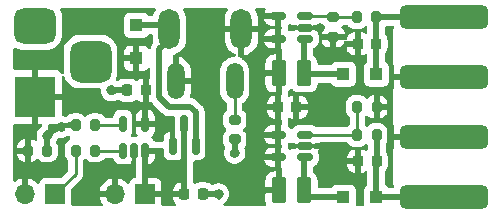
<source format=gbr>
%TF.GenerationSoftware,KiCad,Pcbnew,(6.0.2)*%
%TF.CreationDate,2022-09-06T11:12:12-04:00*%
%TF.ProjectId,PowerSupply,506f7765-7253-4757-9070-6c792e6b6963,rev?*%
%TF.SameCoordinates,Original*%
%TF.FileFunction,Copper,L1,Top*%
%TF.FilePolarity,Positive*%
%FSLAX46Y46*%
G04 Gerber Fmt 4.6, Leading zero omitted, Abs format (unit mm)*
G04 Created by KiCad (PCBNEW (6.0.2)) date 2022-09-06 11:12:12*
%MOMM*%
%LPD*%
G01*
G04 APERTURE LIST*
G04 Aperture macros list*
%AMRoundRect*
0 Rectangle with rounded corners*
0 $1 Rounding radius*
0 $2 $3 $4 $5 $6 $7 $8 $9 X,Y pos of 4 corners*
0 Add a 4 corners polygon primitive as box body*
4,1,4,$2,$3,$4,$5,$6,$7,$8,$9,$2,$3,0*
0 Add four circle primitives for the rounded corners*
1,1,$1+$1,$2,$3*
1,1,$1+$1,$4,$5*
1,1,$1+$1,$6,$7*
1,1,$1+$1,$8,$9*
0 Add four rect primitives between the rounded corners*
20,1,$1+$1,$2,$3,$4,$5,0*
20,1,$1+$1,$4,$5,$6,$7,0*
20,1,$1+$1,$6,$7,$8,$9,0*
20,1,$1+$1,$8,$9,$2,$3,0*%
G04 Aperture macros list end*
%TA.AperFunction,SMDPad,CuDef*%
%ADD10RoundRect,0.150000X0.512500X0.150000X-0.512500X0.150000X-0.512500X-0.150000X0.512500X-0.150000X0*%
%TD*%
%TA.AperFunction,SMDPad,CuDef*%
%ADD11RoundRect,0.200000X0.200000X0.275000X-0.200000X0.275000X-0.200000X-0.275000X0.200000X-0.275000X0*%
%TD*%
%TA.AperFunction,SMDPad,CuDef*%
%ADD12R,1.100000X1.100000*%
%TD*%
%TA.AperFunction,SMDPad,CuDef*%
%ADD13RoundRect,0.250000X-0.375000X-0.850000X0.375000X-0.850000X0.375000X0.850000X-0.375000X0.850000X0*%
%TD*%
%TA.AperFunction,SMDPad,CuDef*%
%ADD14RoundRect,0.200000X-0.200000X-0.275000X0.200000X-0.275000X0.200000X0.275000X-0.200000X0.275000X0*%
%TD*%
%TA.AperFunction,SMDPad,CuDef*%
%ADD15RoundRect,0.150000X0.150000X-0.587500X0.150000X0.587500X-0.150000X0.587500X-0.150000X-0.587500X0*%
%TD*%
%TA.AperFunction,ComponentPad*%
%ADD16RoundRect,0.500000X-3.250000X-0.500000X3.250000X-0.500000X3.250000X0.500000X-3.250000X0.500000X0*%
%TD*%
%TA.AperFunction,SMDPad,CuDef*%
%ADD17RoundRect,0.225000X-0.225000X-0.250000X0.225000X-0.250000X0.225000X0.250000X-0.225000X0.250000X0*%
%TD*%
%TA.AperFunction,SMDPad,CuDef*%
%ADD18RoundRect,0.225000X0.225000X0.250000X-0.225000X0.250000X-0.225000X-0.250000X0.225000X-0.250000X0*%
%TD*%
%TA.AperFunction,ComponentPad*%
%ADD19R,1.700000X1.700000*%
%TD*%
%TA.AperFunction,ComponentPad*%
%ADD20O,1.700000X1.700000*%
%TD*%
%TA.AperFunction,SMDPad,CuDef*%
%ADD21RoundRect,0.200000X0.275000X-0.200000X0.275000X0.200000X-0.275000X0.200000X-0.275000X-0.200000X0*%
%TD*%
%TA.AperFunction,SMDPad,CuDef*%
%ADD22RoundRect,0.200000X-0.275000X0.200000X-0.275000X-0.200000X0.275000X-0.200000X0.275000X0.200000X0*%
%TD*%
%TA.AperFunction,SMDPad,CuDef*%
%ADD23RoundRect,0.150000X0.150000X-0.512500X0.150000X0.512500X-0.150000X0.512500X-0.150000X-0.512500X0*%
%TD*%
%TA.AperFunction,ComponentPad*%
%ADD24R,3.500000X3.500000*%
%TD*%
%TA.AperFunction,ComponentPad*%
%ADD25RoundRect,0.750000X-1.000000X0.750000X-1.000000X-0.750000X1.000000X-0.750000X1.000000X0.750000X0*%
%TD*%
%TA.AperFunction,ComponentPad*%
%ADD26RoundRect,0.875000X-0.875000X0.875000X-0.875000X-0.875000X0.875000X-0.875000X0.875000X0.875000X0*%
%TD*%
%TA.AperFunction,ComponentPad*%
%ADD27O,1.800000X3.400000*%
%TD*%
%TA.AperFunction,ComponentPad*%
%ADD28O,1.450000X3.100000*%
%TD*%
%TA.AperFunction,ViaPad*%
%ADD29C,0.800000*%
%TD*%
%TA.AperFunction,Conductor*%
%ADD30C,0.250000*%
%TD*%
%TA.AperFunction,Conductor*%
%ADD31C,0.508000*%
%TD*%
G04 APERTURE END LIST*
D10*
%TO.P,U1,1,SW*%
%TO.N,Net-(D4-Pad2)*%
X166669300Y-70419000D03*
%TO.P,U1,2,GND*%
%TO.N,GND*%
X166669300Y-69469000D03*
%TO.P,U1,3,FB*%
%TO.N,Net-(R1-Pad2)*%
X166669300Y-68519000D03*
%TO.P,U1,4,~{SHDN}*%
%TO.N,VBUS*%
X164394300Y-68519000D03*
%TO.P,U1,5,IN*%
X164394300Y-70419000D03*
%TD*%
D11*
%TO.P,R3,1*%
%TO.N,+6V*%
X172732200Y-78562200D03*
%TO.P,R3,2*%
%TO.N,Net-(R3-Pad2)*%
X171082200Y-78562200D03*
%TD*%
%TO.P,R1,1*%
%TO.N,+24V*%
X172706800Y-68580000D03*
%TO.P,R1,2*%
%TO.N,Net-(R1-Pad2)*%
X171056800Y-68580000D03*
%TD*%
D12*
%TO.P,D4,1,K*%
%TO.N,+24V*%
X172723000Y-73406000D03*
%TO.P,D4,2,A*%
%TO.N,Net-(D4-Pad2)*%
X169923000Y-73406000D03*
%TD*%
%TO.P,D5,1,K*%
%TO.N,+6V*%
X172723000Y-83820000D03*
%TO.P,D5,2,A*%
%TO.N,Net-(D5-Pad2)*%
X169923000Y-83820000D03*
%TD*%
D13*
%TO.P,L1,1,1*%
%TO.N,VBUS*%
X164456800Y-73355200D03*
%TO.P,L1,2,2*%
%TO.N,Net-(D4-Pad2)*%
X166606800Y-73355200D03*
%TD*%
D14*
%TO.P,R5,1*%
%TO.N,+5V*%
X143193000Y-79877488D03*
%TO.P,R5,2*%
%TO.N,GND*%
X144843000Y-79877488D03*
%TD*%
D15*
%TO.P,Q1,1,G*%
%TO.N,+5V*%
X155514000Y-79474300D03*
%TO.P,Q1,2,S*%
%TO.N,Net-(D1-Pad1)*%
X157414000Y-79474300D03*
%TO.P,Q1,3,D*%
%TO.N,+BATT*%
X156464000Y-77599300D03*
%TD*%
D13*
%TO.P,L2,1,1*%
%TO.N,VBUS*%
X164456800Y-83261200D03*
%TO.P,L2,2,2*%
%TO.N,Net-(D5-Pad2)*%
X166606800Y-83261200D03*
%TD*%
D12*
%TO.P,D1,1,K*%
%TO.N,Net-(D1-Pad1)*%
X152400000Y-69262800D03*
%TO.P,D1,2,A*%
%TO.N,+5V*%
X152400000Y-72062800D03*
%TD*%
D14*
%TO.P,R8,1*%
%TO.N,GND*%
X147257000Y-77724000D03*
%TO.P,R8,2*%
%TO.N,Net-(IC1-Pad5)*%
X148907000Y-77724000D03*
%TD*%
D16*
%TO.P,J1,1,Pin_1*%
%TO.N,+24V*%
X178435000Y-68580000D03*
%TO.P,J1,2,Pin_2*%
%TO.N,GND*%
X178435000Y-73660000D03*
%TO.P,J1,3,Pin_3*%
X178435000Y-78740000D03*
%TO.P,J1,4,Pin_4*%
%TO.N,+6V*%
X178435000Y-83820000D03*
%TD*%
D17*
%TO.P,C1,1*%
%TO.N,VBUS*%
X164401200Y-76200000D03*
%TO.P,C1,2*%
%TO.N,GND*%
X165951200Y-76200000D03*
%TD*%
D18*
%TO.P,C6,1*%
%TO.N,+6V*%
X172733000Y-80772000D03*
%TO.P,C6,2*%
%TO.N,GND*%
X171183000Y-80772000D03*
%TD*%
%TO.P,C3,1*%
%TO.N,GND*%
X158014005Y-83566000D03*
%TO.P,C3,2*%
%TO.N,+BATT*%
X156464005Y-83566000D03*
%TD*%
D19*
%TO.P,BT1,1,+*%
%TO.N,+BATT*%
X153162000Y-83566000D03*
D20*
%TO.P,BT1,2,-*%
%TO.N,GND*%
X150622000Y-83566000D03*
%TD*%
D19*
%TO.P,D3,1,K*%
%TO.N,Net-(D3-Pad1)*%
X145542000Y-83566000D03*
D20*
%TO.P,D3,2,A*%
%TO.N,+5V*%
X143002000Y-83566000D03*
%TD*%
D18*
%TO.P,C5,1*%
%TO.N,+24V*%
X172707600Y-70840600D03*
%TO.P,C5,2*%
%TO.N,GND*%
X171157600Y-70840600D03*
%TD*%
D21*
%TO.P,R6,1*%
%TO.N,GND*%
X160719008Y-78930000D03*
%TO.P,R6,2*%
%TO.N,Net-(R6-Pad2)*%
X160719008Y-77280000D03*
%TD*%
D10*
%TO.P,U2,1,SW*%
%TO.N,Net-(D5-Pad2)*%
X166669300Y-80452000D03*
%TO.P,U2,2,GND*%
%TO.N,GND*%
X166669300Y-79502000D03*
%TO.P,U2,3,FB*%
%TO.N,Net-(R3-Pad2)*%
X166669300Y-78552000D03*
%TO.P,U2,4,~{SHDN}*%
%TO.N,VBUS*%
X164394300Y-78552000D03*
%TO.P,U2,5,IN*%
X164394300Y-80452000D03*
%TD*%
D18*
%TO.P,C4,1*%
%TO.N,+5V*%
X153175000Y-74777600D03*
%TO.P,C4,2*%
%TO.N,GND*%
X151625000Y-74777600D03*
%TD*%
D11*
%TO.P,R7,1*%
%TO.N,Net-(IC1-Pad1)*%
X148907000Y-79877488D03*
%TO.P,R7,2*%
%TO.N,Net-(D3-Pad1)*%
X147257000Y-79877488D03*
%TD*%
D22*
%TO.P,R2,1*%
%TO.N,Net-(R1-Pad2)*%
X169062400Y-68593200D03*
%TO.P,R2,2*%
%TO.N,GND*%
X169062400Y-70243200D03*
%TD*%
D23*
%TO.P,IC1,1,STAT*%
%TO.N,Net-(IC1-Pad1)*%
X151261989Y-79877500D03*
%TO.P,IC1,2,VSS*%
%TO.N,GND*%
X152211989Y-79877500D03*
%TO.P,IC1,3,VBAT*%
%TO.N,+BATT*%
X153161989Y-79877500D03*
%TO.P,IC1,4,VDD*%
%TO.N,+5V*%
X153161989Y-77602500D03*
%TO.P,IC1,5,PROG*%
%TO.N,Net-(IC1-Pad5)*%
X151261989Y-77602500D03*
%TD*%
D14*
%TO.P,R4,1*%
%TO.N,Net-(R3-Pad2)*%
X171082200Y-76184608D03*
%TO.P,R4,2*%
%TO.N,GND*%
X172732200Y-76184608D03*
%TD*%
D24*
%TO.P,J2,1*%
%TO.N,+5V*%
X143822496Y-75341988D03*
D25*
%TO.P,J2,2*%
%TO.N,GND*%
X143822496Y-69341988D03*
D26*
%TO.P,J2,3*%
%TO.N,unconnected-(J2-Pad3)*%
X148522496Y-72341988D03*
%TD*%
D27*
%TO.P,SW1,1,1*%
%TO.N,Net-(D1-Pad1)*%
X155194000Y-69596000D03*
%TO.P,SW1,2,2*%
%TO.N,VBUS*%
X161294000Y-69596000D03*
D28*
%TO.P,SW1,3,K*%
%TO.N,Net-(R6-Pad2)*%
X160719000Y-73996000D03*
%TO.P,SW1,4,A*%
%TO.N,VBUS*%
X155769000Y-73996000D03*
%TD*%
D29*
%TO.N,GND*%
X150291800Y-74777600D03*
X159359600Y-83566000D03*
X170103800Y-79705200D03*
X171323000Y-72313800D03*
X167259000Y-77190600D03*
X167944800Y-69469000D03*
X171323000Y-74599800D03*
X160719008Y-80086200D03*
X168325800Y-74828400D03*
X168275000Y-71805800D03*
X169468800Y-77165200D03*
X168351200Y-82473800D03*
X171348400Y-82372200D03*
X144856200Y-78613000D03*
X146050000Y-77876400D03*
X168376600Y-79705200D03*
%TD*%
D30*
%TO.N,Net-(R6-Pad2)*%
X160719000Y-77279992D02*
X160719000Y-73996000D01*
X160719008Y-77280000D02*
X160719000Y-77279992D01*
%TO.N,GND*%
X160719008Y-78930000D02*
X160719008Y-80086200D01*
D31*
%TO.N,+BATT*%
X156464005Y-77599305D02*
X156464000Y-77599300D01*
X153162000Y-79877511D02*
X153161989Y-79877500D01*
X156464005Y-83566000D02*
X156464005Y-77599305D01*
D30*
X156460800Y-79877500D02*
X156464000Y-79880700D01*
D31*
X153162000Y-83566000D02*
X153162000Y-79877511D01*
D30*
%TO.N,GND*%
X144843000Y-78626200D02*
X144856200Y-78613000D01*
X158001000Y-83566000D02*
X159359600Y-83566000D01*
X147257000Y-77724000D02*
X146050000Y-77724000D01*
X151625000Y-74777600D02*
X150291800Y-74777600D01*
X144843000Y-79877488D02*
X144843000Y-78626200D01*
X152211989Y-79877500D02*
X152211989Y-80261072D01*
D31*
%TO.N,Net-(D1-Pad1)*%
X157414000Y-79474300D02*
X157414000Y-76642000D01*
X155194000Y-76200000D02*
X154355800Y-75361800D01*
X154355800Y-71323200D02*
X155194000Y-70485000D01*
X154860800Y-69262800D02*
X155194000Y-69596000D01*
X157414000Y-76642000D02*
X156972000Y-76200000D01*
X155194000Y-70485000D02*
X155194000Y-69596000D01*
X152400000Y-69262800D02*
X154860800Y-69262800D01*
X154355800Y-75361800D02*
X154355800Y-71323200D01*
X156972000Y-76200000D02*
X155194000Y-76200000D01*
%TO.N,+24V*%
X172706792Y-68580000D02*
X172706792Y-70839813D01*
X172722997Y-70855992D02*
X172722997Y-73406000D01*
D30*
X172707600Y-70840600D02*
X172723000Y-70856000D01*
D31*
X172706792Y-68580000D02*
X178435000Y-68580000D01*
D30*
X172706800Y-70839800D02*
X172707600Y-70840600D01*
D31*
%TO.N,+6V*%
X178435000Y-83820000D02*
X172722997Y-83820000D01*
D30*
X172733000Y-78563000D02*
X172732200Y-78562200D01*
D31*
X172733005Y-80772000D02*
X172733005Y-78562987D01*
X172722997Y-80782008D02*
X172722997Y-83820000D01*
D30*
X172733000Y-80772000D02*
X172723000Y-80782000D01*
%TO.N,Net-(D3-Pad1)*%
X147257000Y-81851000D02*
X145542000Y-83566000D01*
X147257000Y-79877488D02*
X147257000Y-81851000D01*
%TO.N,Net-(D4-Pad2)*%
X166669300Y-70495200D02*
X166606800Y-70557700D01*
D31*
X166606804Y-70557695D02*
X166606804Y-73406000D01*
X166606804Y-73406000D02*
X169923003Y-73406000D01*
%TO.N,Net-(D5-Pad2)*%
X166606804Y-83312000D02*
X166606804Y-80514495D01*
D30*
X167114800Y-83820000D02*
X166606800Y-83312000D01*
X166606800Y-80514500D02*
X166669300Y-80452000D01*
D31*
X169923003Y-83820000D02*
X167114804Y-83820000D01*
D30*
%TO.N,Net-(IC1-Pad1)*%
X151261977Y-79877488D02*
X151261989Y-79877500D01*
X148907000Y-79877488D02*
X151261977Y-79877488D01*
%TO.N,Net-(IC1-Pad5)*%
X151140489Y-77724000D02*
X151261989Y-77602500D01*
X148907000Y-77724000D02*
X151140489Y-77724000D01*
%TO.N,Net-(R1-Pad2)*%
X169075600Y-68580000D02*
X169062400Y-68593200D01*
X166669300Y-68519000D02*
X168988200Y-68519000D01*
X168988200Y-68519000D02*
X169062400Y-68593200D01*
X171056800Y-68580000D02*
X169075600Y-68580000D01*
%TO.N,Net-(R3-Pad2)*%
X171072000Y-78552000D02*
X171082200Y-78562200D01*
X171082200Y-78562200D02*
X171082200Y-76184608D01*
X166669300Y-78552000D02*
X171072000Y-78552000D01*
%TO.N,VBUS*%
X161294000Y-70404800D02*
X161294000Y-69596000D01*
%TD*%
%TA.AperFunction,Conductor*%
%TO.N,+5V*%
G36*
X153981380Y-67838002D02*
G01*
X154027873Y-67891658D01*
X154037977Y-67961932D01*
X154022761Y-68006332D01*
X153910773Y-68203066D01*
X153833014Y-68417291D01*
X153790970Y-68474499D01*
X153724671Y-68499895D01*
X153714575Y-68500300D01*
X153489277Y-68500300D01*
X153421156Y-68480298D01*
X153388451Y-68449865D01*
X153363915Y-68417126D01*
X153313261Y-68349539D01*
X153196705Y-68262185D01*
X153060316Y-68211055D01*
X152998134Y-68204300D01*
X151801866Y-68204300D01*
X151739684Y-68211055D01*
X151603295Y-68262185D01*
X151486739Y-68349539D01*
X151399385Y-68466095D01*
X151348255Y-68602484D01*
X151341500Y-68664666D01*
X151341500Y-69860934D01*
X151348255Y-69923116D01*
X151399385Y-70059505D01*
X151486739Y-70176061D01*
X151603295Y-70263415D01*
X151739684Y-70314545D01*
X151801866Y-70321300D01*
X152998134Y-70321300D01*
X153060316Y-70314545D01*
X153196705Y-70263415D01*
X153313261Y-70176061D01*
X153388452Y-70075735D01*
X153445310Y-70033220D01*
X153489277Y-70025300D01*
X153659500Y-70025300D01*
X153727621Y-70045302D01*
X153774114Y-70098958D01*
X153785500Y-70151300D01*
X153785500Y-70456012D01*
X153800617Y-70634175D01*
X153801957Y-70639339D01*
X153801958Y-70639343D01*
X153816720Y-70696215D01*
X153814473Y-70767176D01*
X153788870Y-70811652D01*
X153787734Y-70812928D01*
X153785147Y-70815515D01*
X153782881Y-70818379D01*
X153782874Y-70818387D01*
X153767428Y-70837911D01*
X153764637Y-70841315D01*
X153721855Y-70891672D01*
X153721852Y-70891676D01*
X153717116Y-70897251D01*
X153713788Y-70903768D01*
X153710411Y-70908832D01*
X153707184Y-70914056D01*
X153702640Y-70919800D01*
X153699541Y-70926431D01*
X153671568Y-70986282D01*
X153669637Y-70990233D01*
X153662009Y-71005171D01*
X153636257Y-71055604D01*
X153634516Y-71062719D01*
X153632379Y-71068465D01*
X153630455Y-71074248D01*
X153627356Y-71080879D01*
X153625866Y-71088043D01*
X153612408Y-71152747D01*
X153611436Y-71157040D01*
X153602629Y-71193028D01*
X153567008Y-71254442D01*
X153503839Y-71286848D01*
X153433177Y-71279957D01*
X153379415Y-71238642D01*
X153318285Y-71157076D01*
X153305724Y-71144515D01*
X153203649Y-71068014D01*
X153188054Y-71059476D01*
X153067606Y-71014322D01*
X153052351Y-71010695D01*
X153001486Y-71005169D01*
X152994672Y-71004800D01*
X152672115Y-71004800D01*
X152656876Y-71009275D01*
X152655671Y-71010665D01*
X152654000Y-71018348D01*
X152654000Y-73102684D01*
X152658475Y-73117923D01*
X152659865Y-73119128D01*
X152667548Y-73120799D01*
X152994669Y-73120799D01*
X153001490Y-73120429D01*
X153052352Y-73114905D01*
X153067604Y-73111279D01*
X153188054Y-73066124D01*
X153203649Y-73057586D01*
X153305724Y-72981085D01*
X153318281Y-72968528D01*
X153366473Y-72904225D01*
X153423333Y-72861710D01*
X153494151Y-72856684D01*
X153556445Y-72890744D01*
X153590435Y-72953075D01*
X153593300Y-72979790D01*
X153593300Y-73669846D01*
X153573298Y-73737967D01*
X153519642Y-73784460D01*
X153455119Y-73795079D01*
X153455118Y-73795092D01*
X153455057Y-73795089D01*
X153454448Y-73795189D01*
X153451898Y-73794927D01*
X153446874Y-73794671D01*
X153431876Y-73799075D01*
X153430671Y-73800465D01*
X153429000Y-73808148D01*
X153429000Y-75742485D01*
X153433475Y-75757724D01*
X153434865Y-75758929D01*
X153442548Y-75760600D01*
X153445438Y-75760600D01*
X153451953Y-75760263D01*
X153544057Y-75750706D01*
X153557460Y-75747811D01*
X153579008Y-75740622D01*
X153649958Y-75738037D01*
X153711042Y-75774220D01*
X153726598Y-75794773D01*
X153750027Y-75833381D01*
X153753741Y-75837586D01*
X153753743Y-75837589D01*
X153757467Y-75841805D01*
X153757438Y-75841831D01*
X153760038Y-75844762D01*
X153762842Y-75848116D01*
X153766854Y-75854235D01*
X153772166Y-75859267D01*
X153823386Y-75907788D01*
X153825828Y-75910166D01*
X154607190Y-76691528D01*
X154619577Y-76705941D01*
X154632546Y-76723564D01*
X154660423Y-76747247D01*
X154673055Y-76757979D01*
X154680571Y-76764909D01*
X154686315Y-76770653D01*
X154689189Y-76772927D01*
X154689196Y-76772933D01*
X154708711Y-76788372D01*
X154712115Y-76791163D01*
X154762472Y-76833945D01*
X154762476Y-76833948D01*
X154768051Y-76838684D01*
X154774568Y-76842012D01*
X154779632Y-76845389D01*
X154784856Y-76848616D01*
X154790600Y-76853160D01*
X154857104Y-76884242D01*
X154861001Y-76886147D01*
X154926404Y-76919543D01*
X154933518Y-76921284D01*
X154939252Y-76923416D01*
X154945048Y-76925344D01*
X154951680Y-76928444D01*
X155023555Y-76943394D01*
X155027839Y-76944364D01*
X155099112Y-76961804D01*
X155104714Y-76962152D01*
X155104717Y-76962152D01*
X155110330Y-76962500D01*
X155110328Y-76962537D01*
X155114227Y-76962773D01*
X155118598Y-76963163D01*
X155125757Y-76964652D01*
X155203577Y-76962546D01*
X155206986Y-76962500D01*
X155529500Y-76962500D01*
X155597621Y-76982502D01*
X155644114Y-77036158D01*
X155655500Y-77088500D01*
X155655500Y-78253302D01*
X155655693Y-78255750D01*
X155655693Y-78255758D01*
X155657771Y-78282152D01*
X155658438Y-78290631D01*
X155696502Y-78421649D01*
X155701505Y-78456802D01*
X155701505Y-79602300D01*
X155681503Y-79670421D01*
X155627847Y-79716914D01*
X155575505Y-79728300D01*
X155386000Y-79728300D01*
X155317879Y-79708298D01*
X155271386Y-79654642D01*
X155260000Y-79602300D01*
X155260000Y-78249922D01*
X155256027Y-78236391D01*
X155248129Y-78235256D01*
X155108210Y-78275907D01*
X155093779Y-78282152D01*
X154964322Y-78358711D01*
X154951896Y-78368351D01*
X154845551Y-78474696D01*
X154835911Y-78487122D01*
X154759352Y-78616579D01*
X154753107Y-78631010D01*
X154710731Y-78776865D01*
X154708430Y-78789467D01*
X154706193Y-78817884D01*
X154706000Y-78822814D01*
X154706000Y-78995036D01*
X154685998Y-79063157D01*
X154632342Y-79109650D01*
X154579500Y-79119171D01*
X154579500Y-79121000D01*
X154004594Y-79121000D01*
X153936473Y-79100998D01*
X153896144Y-79059143D01*
X153836442Y-78958193D01*
X153718796Y-78840547D01*
X153714670Y-78838107D01*
X153673923Y-78781680D01*
X153670075Y-78710788D01*
X153705164Y-78649069D01*
X153715489Y-78640123D01*
X153724094Y-78633448D01*
X153830438Y-78527104D01*
X153840078Y-78514678D01*
X153916637Y-78385221D01*
X153922882Y-78370790D01*
X153965258Y-78224935D01*
X153967559Y-78212333D01*
X153969796Y-78183916D01*
X153969989Y-78178986D01*
X153969989Y-77874615D01*
X153965514Y-77859376D01*
X153964124Y-77858171D01*
X153956441Y-77856500D01*
X152372105Y-77856500D01*
X152356866Y-77860975D01*
X152355661Y-77862365D01*
X152353990Y-77870048D01*
X152353990Y-78178984D01*
X152354184Y-78183920D01*
X152356419Y-78212336D01*
X152358719Y-78224931D01*
X152401096Y-78370790D01*
X152407341Y-78385221D01*
X152484896Y-78516361D01*
X152502355Y-78585178D01*
X152479838Y-78652509D01*
X152424493Y-78696978D01*
X152376442Y-78706500D01*
X152048116Y-78706500D01*
X151979995Y-78686498D01*
X151933502Y-78632842D01*
X151923398Y-78562568D01*
X151939661Y-78516364D01*
X152021134Y-78378601D01*
X152023404Y-78370790D01*
X152046691Y-78290631D01*
X152067551Y-78218831D01*
X152068062Y-78212336D01*
X152070296Y-78183958D01*
X152070296Y-78183950D01*
X152070489Y-78181502D01*
X152070489Y-77330385D01*
X152353989Y-77330385D01*
X152358464Y-77345624D01*
X152359854Y-77346829D01*
X152367537Y-77348500D01*
X152889874Y-77348500D01*
X152905113Y-77344025D01*
X152906318Y-77342635D01*
X152907989Y-77334952D01*
X152907989Y-77330385D01*
X153415989Y-77330385D01*
X153420464Y-77345624D01*
X153421854Y-77346829D01*
X153429537Y-77348500D01*
X153951873Y-77348500D01*
X153967112Y-77344025D01*
X153968317Y-77342635D01*
X153969988Y-77334952D01*
X153969988Y-77026017D01*
X153969794Y-77021080D01*
X153967559Y-76992664D01*
X153965259Y-76980069D01*
X153922882Y-76834210D01*
X153916637Y-76819779D01*
X153840078Y-76690322D01*
X153830438Y-76677896D01*
X153724093Y-76571551D01*
X153711667Y-76561911D01*
X153582210Y-76485352D01*
X153567779Y-76479107D01*
X153433384Y-76440061D01*
X153419283Y-76440101D01*
X153415989Y-76447370D01*
X153415989Y-77330385D01*
X152907989Y-77330385D01*
X152907989Y-76453122D01*
X152904016Y-76439591D01*
X152896118Y-76438456D01*
X152756199Y-76479107D01*
X152741768Y-76485352D01*
X152612311Y-76561911D01*
X152599885Y-76571551D01*
X152493540Y-76677896D01*
X152483900Y-76690322D01*
X152407341Y-76819779D01*
X152401096Y-76834210D01*
X152358720Y-76980065D01*
X152356419Y-76992667D01*
X152354182Y-77021084D01*
X152353989Y-77026014D01*
X152353989Y-77330385D01*
X152070489Y-77330385D01*
X152070489Y-77023498D01*
X152069318Y-77008619D01*
X152068056Y-76992579D01*
X152068055Y-76992574D01*
X152067551Y-76986169D01*
X152024703Y-76838684D01*
X152023346Y-76834012D01*
X152023345Y-76834010D01*
X152021134Y-76826399D01*
X152000295Y-76791163D01*
X151940480Y-76690020D01*
X151940478Y-76690017D01*
X151936442Y-76683193D01*
X151818796Y-76565547D01*
X151811972Y-76561511D01*
X151811969Y-76561509D01*
X151682416Y-76484892D01*
X151682417Y-76484892D01*
X151675590Y-76480855D01*
X151667979Y-76478644D01*
X151667977Y-76478643D01*
X151580131Y-76453122D01*
X151515820Y-76434438D01*
X151509415Y-76433934D01*
X151509410Y-76433933D01*
X151480947Y-76431693D01*
X151480939Y-76431693D01*
X151478491Y-76431500D01*
X151045487Y-76431500D01*
X151043039Y-76431693D01*
X151043031Y-76431693D01*
X151014568Y-76433933D01*
X151014563Y-76433934D01*
X151008158Y-76434438D01*
X150943847Y-76453122D01*
X150856001Y-76478643D01*
X150855999Y-76478644D01*
X150848388Y-76480855D01*
X150841561Y-76484892D01*
X150841562Y-76484892D01*
X150712009Y-76561509D01*
X150712006Y-76561511D01*
X150705182Y-76565547D01*
X150587536Y-76683193D01*
X150583500Y-76690017D01*
X150583498Y-76690020D01*
X150523683Y-76791163D01*
X150502844Y-76826399D01*
X150500633Y-76834010D01*
X150500632Y-76834012D01*
X150458222Y-76979989D01*
X150458221Y-76979993D01*
X150456427Y-76986169D01*
X150456246Y-76988473D01*
X150424999Y-77050559D01*
X150363863Y-77086653D01*
X150332967Y-77090500D01*
X149789225Y-77090500D01*
X149721104Y-77070498D01*
X149681449Y-77029771D01*
X149672576Y-77015120D01*
X149668639Y-77008619D01*
X149547381Y-76887361D01*
X149400699Y-76798528D01*
X149393452Y-76796257D01*
X149393450Y-76796256D01*
X149293421Y-76764909D01*
X149237062Y-76747247D01*
X149163635Y-76740500D01*
X149160737Y-76740500D01*
X148906335Y-76740501D01*
X148650366Y-76740501D01*
X148647508Y-76740764D01*
X148647499Y-76740764D01*
X148611996Y-76744026D01*
X148576938Y-76747247D01*
X148570560Y-76749246D01*
X148570559Y-76749246D01*
X148420550Y-76796256D01*
X148420548Y-76796257D01*
X148413301Y-76798528D01*
X148266619Y-76887361D01*
X148171095Y-76982885D01*
X148108783Y-77016911D01*
X148037968Y-77011846D01*
X147992905Y-76982885D01*
X147897381Y-76887361D01*
X147750699Y-76798528D01*
X147743452Y-76796257D01*
X147743450Y-76796256D01*
X147643421Y-76764909D01*
X147587062Y-76747247D01*
X147513635Y-76740500D01*
X147510737Y-76740500D01*
X147256335Y-76740501D01*
X147000366Y-76740501D01*
X146997508Y-76740764D01*
X146997499Y-76740764D01*
X146961996Y-76744026D01*
X146926938Y-76747247D01*
X146920560Y-76749246D01*
X146920559Y-76749246D01*
X146770550Y-76796256D01*
X146770548Y-76796257D01*
X146763301Y-76798528D01*
X146616619Y-76887361D01*
X146507058Y-76996922D01*
X146444746Y-77030948D01*
X146373931Y-77025883D01*
X146366734Y-77022942D01*
X146332288Y-77007606D01*
X146180298Y-76975299D01*
X146117826Y-76941572D01*
X146083504Y-76879422D01*
X146080496Y-76852053D01*
X146080496Y-75614103D01*
X146076021Y-75598864D01*
X146074631Y-75597659D01*
X146066948Y-75595988D01*
X144094611Y-75595988D01*
X144079372Y-75600463D01*
X144078167Y-75601853D01*
X144076496Y-75609536D01*
X144076496Y-77581872D01*
X144080971Y-77597111D01*
X144082361Y-77598316D01*
X144090044Y-77599987D01*
X144317072Y-77599987D01*
X144385193Y-77619989D01*
X144431686Y-77673645D01*
X144441790Y-77743919D01*
X144412296Y-77808499D01*
X144391133Y-77827923D01*
X144366972Y-77845477D01*
X144244947Y-77934134D01*
X144117160Y-78076056D01*
X144094988Y-78114459D01*
X144025246Y-78235256D01*
X144021673Y-78241444D01*
X143962658Y-78423072D01*
X143961968Y-78429633D01*
X143961968Y-78429635D01*
X143945620Y-78585178D01*
X143942696Y-78613000D01*
X143943386Y-78619565D01*
X143959086Y-78768939D01*
X143962658Y-78802928D01*
X143986114Y-78875118D01*
X143988142Y-78946084D01*
X143951479Y-79006882D01*
X143887767Y-79038207D01*
X143817234Y-79030115D01*
X143801010Y-79021829D01*
X143692992Y-78956411D01*
X143679243Y-78950203D01*
X143529356Y-78903232D01*
X143516306Y-78900619D01*
X143461414Y-78895575D01*
X143449876Y-78898963D01*
X143448671Y-78900353D01*
X143447000Y-78908036D01*
X143447000Y-80842372D01*
X143451475Y-80857611D01*
X143452865Y-80858816D01*
X143457294Y-80859779D01*
X143516315Y-80854356D01*
X143529351Y-80851745D01*
X143679243Y-80804773D01*
X143692988Y-80798567D01*
X143826574Y-80717664D01*
X143838443Y-80708357D01*
X143928551Y-80618249D01*
X143990863Y-80584223D01*
X144061678Y-80589288D01*
X144106741Y-80618249D01*
X144202619Y-80714127D01*
X144349301Y-80802960D01*
X144356548Y-80805231D01*
X144356550Y-80805232D01*
X144422836Y-80826005D01*
X144512938Y-80854241D01*
X144586365Y-80860988D01*
X144589263Y-80860988D01*
X144843665Y-80860987D01*
X145099634Y-80860987D01*
X145102492Y-80860724D01*
X145102501Y-80860724D01*
X145138004Y-80857462D01*
X145173062Y-80854241D01*
X145181030Y-80851744D01*
X145329450Y-80805232D01*
X145329452Y-80805231D01*
X145336699Y-80802960D01*
X145483381Y-80714127D01*
X145604639Y-80592869D01*
X145693472Y-80446187D01*
X145744753Y-80282550D01*
X145751500Y-80209123D01*
X145751499Y-79545854D01*
X145751234Y-79542962D01*
X145746517Y-79491628D01*
X145744753Y-79472426D01*
X145740797Y-79459802D01*
X145695744Y-79316038D01*
X145695743Y-79316036D01*
X145693472Y-79308789D01*
X145634833Y-79211963D01*
X145616654Y-79143334D01*
X145633490Y-79083693D01*
X145687423Y-78990279D01*
X145687424Y-78990278D01*
X145690727Y-78984556D01*
X145733391Y-78853249D01*
X145773464Y-78794644D01*
X145838861Y-78767007D01*
X145879420Y-78768939D01*
X145939132Y-78781631D01*
X145954513Y-78784900D01*
X146145487Y-78784900D01*
X146151939Y-78783528D01*
X146151944Y-78783528D01*
X146238887Y-78765047D01*
X146332288Y-78745194D01*
X146338319Y-78742509D01*
X146500722Y-78670203D01*
X146500724Y-78670202D01*
X146506752Y-78667518D01*
X146527410Y-78652509D01*
X146569203Y-78622145D01*
X146636071Y-78598286D01*
X146708533Y-78616304D01*
X146751272Y-78642187D01*
X146799177Y-78694582D01*
X146812000Y-78749962D01*
X146812000Y-78851526D01*
X146791998Y-78919647D01*
X146751272Y-78959301D01*
X146616619Y-79040849D01*
X146495361Y-79162107D01*
X146406528Y-79308789D01*
X146404257Y-79316036D01*
X146404256Y-79316038D01*
X146389146Y-79364254D01*
X146355247Y-79472426D01*
X146348500Y-79545853D01*
X146348501Y-80209122D01*
X146348764Y-80211980D01*
X146348764Y-80211989D01*
X146352026Y-80247492D01*
X146355247Y-80282550D01*
X146357246Y-80288928D01*
X146357246Y-80288929D01*
X146387501Y-80385471D01*
X146406528Y-80446187D01*
X146495361Y-80592869D01*
X146586595Y-80684103D01*
X146620621Y-80746415D01*
X146623500Y-80773198D01*
X146623500Y-81536405D01*
X146603498Y-81604526D01*
X146586595Y-81625500D01*
X146041500Y-82170595D01*
X145979188Y-82204621D01*
X145952405Y-82207500D01*
X144643866Y-82207500D01*
X144581684Y-82214255D01*
X144445295Y-82265385D01*
X144328739Y-82352739D01*
X144241385Y-82469295D01*
X144238233Y-82477704D01*
X144238232Y-82477705D01*
X144196722Y-82588433D01*
X144154081Y-82645198D01*
X144087519Y-82669898D01*
X144018170Y-82654691D01*
X143985546Y-82629004D01*
X143934799Y-82573234D01*
X143927273Y-82566215D01*
X143760139Y-82434222D01*
X143751552Y-82428517D01*
X143565117Y-82325599D01*
X143555705Y-82321369D01*
X143354959Y-82250280D01*
X143344988Y-82247646D01*
X143273837Y-82234972D01*
X143260540Y-82236432D01*
X143256000Y-82250989D01*
X143256000Y-83694000D01*
X143235998Y-83762121D01*
X143182342Y-83808614D01*
X143130000Y-83820000D01*
X142874000Y-83820000D01*
X142805879Y-83799998D01*
X142759386Y-83746342D01*
X142748000Y-83694000D01*
X142748000Y-82249102D01*
X142744082Y-82235758D01*
X142729806Y-82233771D01*
X142691324Y-82239660D01*
X142681288Y-82242051D01*
X142478868Y-82308212D01*
X142469359Y-82312209D01*
X142280463Y-82410542D01*
X142271738Y-82416036D01*
X142187653Y-82479169D01*
X142121168Y-82504075D01*
X142051772Y-82489083D01*
X142001499Y-82438952D01*
X141986000Y-82378409D01*
X141986000Y-80206193D01*
X142285001Y-80206193D01*
X142285264Y-80211942D01*
X142291132Y-80275803D01*
X142293743Y-80288839D01*
X142340715Y-80438731D01*
X142346921Y-80452476D01*
X142427824Y-80586062D01*
X142437131Y-80597931D01*
X142547557Y-80708357D01*
X142559426Y-80717664D01*
X142693012Y-80798567D01*
X142706757Y-80804773D01*
X142856644Y-80851744D01*
X142869694Y-80854357D01*
X142924586Y-80859401D01*
X142936124Y-80856013D01*
X142937329Y-80854623D01*
X142939000Y-80846940D01*
X142939000Y-80149603D01*
X142934525Y-80134364D01*
X142933135Y-80133159D01*
X142925452Y-80131488D01*
X142303116Y-80131488D01*
X142287877Y-80135963D01*
X142286672Y-80137353D01*
X142285001Y-80145036D01*
X142285001Y-80206193D01*
X141986000Y-80206193D01*
X141986000Y-79605373D01*
X142285000Y-79605373D01*
X142289475Y-79620612D01*
X142290865Y-79621817D01*
X142298548Y-79623488D01*
X142920885Y-79623488D01*
X142936124Y-79619013D01*
X142937329Y-79617623D01*
X142939000Y-79609940D01*
X142939000Y-78912604D01*
X142934525Y-78897365D01*
X142933135Y-78896160D01*
X142928706Y-78895197D01*
X142869685Y-78900620D01*
X142856649Y-78903231D01*
X142706757Y-78950203D01*
X142693012Y-78956409D01*
X142559426Y-79037312D01*
X142547557Y-79046619D01*
X142437131Y-79157045D01*
X142427824Y-79168914D01*
X142346921Y-79302500D01*
X142340715Y-79316245D01*
X142293744Y-79466132D01*
X142291131Y-79479182D01*
X142285266Y-79543009D01*
X142285000Y-79548797D01*
X142285000Y-79605373D01*
X141986000Y-79605373D01*
X141986000Y-77725988D01*
X142006002Y-77657867D01*
X142059658Y-77611374D01*
X142112000Y-77599988D01*
X143550381Y-77599988D01*
X143565620Y-77595513D01*
X143566825Y-77594123D01*
X143568496Y-77586440D01*
X143568496Y-75069873D01*
X144076496Y-75069873D01*
X144080971Y-75085112D01*
X144082361Y-75086317D01*
X144090044Y-75087988D01*
X146062380Y-75087988D01*
X146077619Y-75083513D01*
X146078824Y-75082123D01*
X146080495Y-75074440D01*
X146080495Y-73674239D01*
X146100497Y-73606118D01*
X146154153Y-73559625D01*
X146224427Y-73549521D01*
X146289007Y-73579015D01*
X146324322Y-73629598D01*
X146395300Y-73816940D01*
X146514287Y-74019344D01*
X146665677Y-74198807D01*
X146845140Y-74350197D01*
X147047544Y-74469184D01*
X147267103Y-74552368D01*
X147497539Y-74597369D01*
X147501897Y-74597605D01*
X147553444Y-74600397D01*
X147553459Y-74600397D01*
X147555132Y-74600488D01*
X149256974Y-74600488D01*
X149325095Y-74620490D01*
X149371588Y-74674146D01*
X149382284Y-74739658D01*
X149378296Y-74777600D01*
X149378986Y-74784165D01*
X149395992Y-74945964D01*
X149398258Y-74967528D01*
X149457273Y-75149156D01*
X149552760Y-75314544D01*
X149557178Y-75319451D01*
X149557179Y-75319452D01*
X149635400Y-75406325D01*
X149680547Y-75456466D01*
X149745198Y-75503438D01*
X149821469Y-75558852D01*
X149835048Y-75568718D01*
X149841076Y-75571402D01*
X149841078Y-75571403D01*
X150003481Y-75643709D01*
X150009512Y-75646394D01*
X150102913Y-75666247D01*
X150189856Y-75684728D01*
X150189861Y-75684728D01*
X150196313Y-75686100D01*
X150387287Y-75686100D01*
X150393739Y-75684728D01*
X150393744Y-75684728D01*
X150480687Y-75666247D01*
X150574088Y-75646394D01*
X150580119Y-75643709D01*
X150742522Y-75571403D01*
X150742524Y-75571402D01*
X150748552Y-75568718D01*
X150753893Y-75564837D01*
X150759611Y-75561536D01*
X150760654Y-75563343D01*
X150818272Y-75542778D01*
X150887425Y-75558852D01*
X150914495Y-75579398D01*
X150942298Y-75607152D01*
X150948528Y-75610992D01*
X150948529Y-75610993D01*
X151062710Y-75681375D01*
X151087899Y-75696902D01*
X151250243Y-75750749D01*
X151257080Y-75751449D01*
X151257082Y-75751450D01*
X151298401Y-75755683D01*
X151351268Y-75761100D01*
X151898732Y-75761100D01*
X151901978Y-75760763D01*
X151901982Y-75760763D01*
X151936083Y-75757225D01*
X152001019Y-75750487D01*
X152038336Y-75738037D01*
X152156324Y-75698673D01*
X152156326Y-75698672D01*
X152163268Y-75696356D01*
X152308713Y-75606352D01*
X152313886Y-75601170D01*
X152319623Y-75596623D01*
X152321055Y-75598430D01*
X152373575Y-75569698D01*
X152444395Y-75574708D01*
X152480853Y-75598099D01*
X152481683Y-75597048D01*
X152498840Y-75610598D01*
X152631880Y-75692604D01*
X152645061Y-75698751D01*
X152793814Y-75748091D01*
X152807190Y-75750958D01*
X152898097Y-75760272D01*
X152903126Y-75760529D01*
X152918124Y-75756125D01*
X152919329Y-75754735D01*
X152921000Y-75747052D01*
X152921000Y-73812715D01*
X152916525Y-73797476D01*
X152915135Y-73796271D01*
X152907452Y-73794600D01*
X152904562Y-73794600D01*
X152898047Y-73794937D01*
X152805943Y-73804494D01*
X152792544Y-73807388D01*
X152643893Y-73856981D01*
X152630714Y-73863155D01*
X152497827Y-73945388D01*
X152480689Y-73958971D01*
X152479159Y-73957041D01*
X152427120Y-73985503D01*
X152356301Y-73980487D01*
X152319383Y-73956801D01*
X152318628Y-73957757D01*
X152312882Y-73953219D01*
X152307702Y-73948048D01*
X152256405Y-73916428D01*
X152168331Y-73862138D01*
X152168329Y-73862137D01*
X152162101Y-73858298D01*
X151999757Y-73804451D01*
X151992920Y-73803751D01*
X151992918Y-73803750D01*
X151951599Y-73799517D01*
X151898732Y-73794100D01*
X151351268Y-73794100D01*
X151348022Y-73794437D01*
X151348018Y-73794437D01*
X151318730Y-73797476D01*
X151248981Y-73804713D01*
X151242440Y-73806895D01*
X151242441Y-73806895D01*
X151093676Y-73856527D01*
X151093674Y-73856528D01*
X151086732Y-73858844D01*
X151080508Y-73862696D01*
X151080507Y-73862696D01*
X150948787Y-73944207D01*
X150941287Y-73948848D01*
X150936113Y-73954031D01*
X150914583Y-73975598D01*
X150852300Y-74009676D01*
X150781480Y-74004673D01*
X150759930Y-73993116D01*
X150759613Y-73993665D01*
X150753893Y-73990363D01*
X150748552Y-73986482D01*
X150717753Y-73972770D01*
X150663660Y-73926793D01*
X150643009Y-73858866D01*
X150651176Y-73813023D01*
X150657933Y-73795189D01*
X150732876Y-73597381D01*
X150777877Y-73366945D01*
X150780996Y-73309352D01*
X150780996Y-72657469D01*
X151342001Y-72657469D01*
X151342371Y-72664290D01*
X151347895Y-72715152D01*
X151351521Y-72730404D01*
X151396676Y-72850854D01*
X151405214Y-72866449D01*
X151481715Y-72968524D01*
X151494276Y-72981085D01*
X151596351Y-73057586D01*
X151611946Y-73066124D01*
X151732394Y-73111278D01*
X151747649Y-73114905D01*
X151798514Y-73120431D01*
X151805328Y-73120800D01*
X152127885Y-73120800D01*
X152143124Y-73116325D01*
X152144329Y-73114935D01*
X152146000Y-73107252D01*
X152146000Y-72334915D01*
X152141525Y-72319676D01*
X152140135Y-72318471D01*
X152132452Y-72316800D01*
X151360116Y-72316800D01*
X151344877Y-72321275D01*
X151343672Y-72322665D01*
X151342001Y-72330348D01*
X151342001Y-72657469D01*
X150780996Y-72657469D01*
X150780996Y-71790685D01*
X151342000Y-71790685D01*
X151346475Y-71805924D01*
X151347865Y-71807129D01*
X151355548Y-71808800D01*
X152127885Y-71808800D01*
X152143124Y-71804325D01*
X152144329Y-71802935D01*
X152146000Y-71795252D01*
X152146000Y-71022916D01*
X152141525Y-71007677D01*
X152140135Y-71006472D01*
X152132452Y-71004801D01*
X151805331Y-71004801D01*
X151798510Y-71005171D01*
X151747648Y-71010695D01*
X151732396Y-71014321D01*
X151611946Y-71059476D01*
X151596351Y-71068014D01*
X151494276Y-71144515D01*
X151481715Y-71157076D01*
X151405214Y-71259151D01*
X151396676Y-71274746D01*
X151351522Y-71395194D01*
X151347895Y-71410449D01*
X151342369Y-71461314D01*
X151342000Y-71468128D01*
X151342000Y-71790685D01*
X150780996Y-71790685D01*
X150780996Y-71374624D01*
X150779089Y-71339401D01*
X150778113Y-71321389D01*
X150777877Y-71317031D01*
X150732876Y-71086595D01*
X150649692Y-70867036D01*
X150530705Y-70664632D01*
X150379315Y-70485169D01*
X150199852Y-70333779D01*
X150178625Y-70321300D01*
X150085520Y-70266567D01*
X149997448Y-70214792D01*
X149777889Y-70131608D01*
X149547453Y-70086607D01*
X149541723Y-70086297D01*
X149491548Y-70083579D01*
X149491533Y-70083579D01*
X149489860Y-70083488D01*
X147555132Y-70083488D01*
X147553459Y-70083579D01*
X147553444Y-70083579D01*
X147503269Y-70086297D01*
X147497539Y-70086607D01*
X147267103Y-70131608D01*
X147047544Y-70214792D01*
X146959472Y-70266567D01*
X146866368Y-70321300D01*
X146845140Y-70333779D01*
X146665677Y-70485169D01*
X146514287Y-70664632D01*
X146395300Y-70867036D01*
X146312116Y-71086595D01*
X146267115Y-71317031D01*
X146266879Y-71321389D01*
X146265904Y-71339401D01*
X146263996Y-71374624D01*
X146263996Y-73296449D01*
X146243994Y-73364570D01*
X146190338Y-73411063D01*
X146120064Y-73421167D01*
X146055484Y-73391673D01*
X146027476Y-73356958D01*
X146017284Y-73338342D01*
X145940781Y-73236264D01*
X145928220Y-73223703D01*
X145826145Y-73147202D01*
X145810550Y-73138664D01*
X145690102Y-73093510D01*
X145674847Y-73089883D01*
X145623982Y-73084357D01*
X145617168Y-73083988D01*
X144094611Y-73083988D01*
X144079372Y-73088463D01*
X144078167Y-73089853D01*
X144076496Y-73097536D01*
X144076496Y-75069873D01*
X143568496Y-75069873D01*
X143568496Y-73102104D01*
X143564021Y-73086865D01*
X143562631Y-73085660D01*
X143554948Y-73083989D01*
X142112000Y-73083989D01*
X142043879Y-73063987D01*
X141997386Y-73010331D01*
X141986000Y-72957989D01*
X141986000Y-71284335D01*
X142006002Y-71216214D01*
X142059658Y-71169721D01*
X142129932Y-71159617D01*
X142183908Y-71180869D01*
X142191831Y-71186375D01*
X142196441Y-71189579D01*
X142400702Y-71283098D01*
X142406134Y-71284493D01*
X142406135Y-71284493D01*
X142516171Y-71312745D01*
X142618296Y-71338966D01*
X142672201Y-71343350D01*
X142757404Y-71350281D01*
X142757414Y-71350281D01*
X142759954Y-71350488D01*
X144885038Y-71350488D01*
X144887578Y-71350281D01*
X144887588Y-71350281D01*
X144972791Y-71343350D01*
X145026696Y-71338966D01*
X145128822Y-71312745D01*
X145238857Y-71284493D01*
X145238858Y-71284493D01*
X145244290Y-71283098D01*
X145448551Y-71189579D01*
X145633023Y-71061368D01*
X145791876Y-70902515D01*
X145920087Y-70718043D01*
X146013606Y-70513782D01*
X146019907Y-70489241D01*
X146068140Y-70301384D01*
X146068140Y-70301383D01*
X146069474Y-70296188D01*
X146075875Y-70217495D01*
X146080789Y-70157080D01*
X146080789Y-70157070D01*
X146080996Y-70154530D01*
X146080996Y-68529446D01*
X146078626Y-68500300D01*
X146069909Y-68393139D01*
X146069474Y-68387788D01*
X146059654Y-68349539D01*
X146015001Y-68175627D01*
X146015001Y-68175626D01*
X146013606Y-68170194D01*
X145934060Y-67996452D01*
X145923889Y-67926187D01*
X145953321Y-67861579D01*
X146013010Y-67823138D01*
X146048624Y-67818000D01*
X153913259Y-67818000D01*
X153981380Y-67838002D01*
G37*
%TD.AperFunction*%
%TD*%
%TA.AperFunction,Conductor*%
%TO.N,GND*%
G36*
X152295610Y-79643502D02*
G01*
X152342103Y-79697158D01*
X152353489Y-79749500D01*
X152353489Y-80456502D01*
X152356427Y-80493831D01*
X152394497Y-80624869D01*
X152399500Y-80660022D01*
X152399500Y-82081500D01*
X152379498Y-82149621D01*
X152325842Y-82196114D01*
X152273500Y-82207500D01*
X152263866Y-82207500D01*
X152201684Y-82214255D01*
X152065295Y-82265385D01*
X151948739Y-82352739D01*
X151861385Y-82469295D01*
X151858233Y-82477704D01*
X151858232Y-82477705D01*
X151816722Y-82588433D01*
X151774081Y-82645198D01*
X151707519Y-82669898D01*
X151638170Y-82654691D01*
X151605546Y-82629004D01*
X151554799Y-82573234D01*
X151547273Y-82566215D01*
X151380139Y-82434222D01*
X151371552Y-82428517D01*
X151185117Y-82325599D01*
X151175705Y-82321369D01*
X150974959Y-82250280D01*
X150964988Y-82247646D01*
X150893837Y-82234972D01*
X150880540Y-82236432D01*
X150876000Y-82250989D01*
X150876000Y-83694000D01*
X150855998Y-83762121D01*
X150802342Y-83808614D01*
X150750000Y-83820000D01*
X149305225Y-83820000D01*
X149291694Y-83823973D01*
X149290257Y-83833966D01*
X149320565Y-83968446D01*
X149323645Y-83978275D01*
X149403770Y-84175603D01*
X149408413Y-84184794D01*
X149519694Y-84366388D01*
X149528828Y-84378867D01*
X149527601Y-84379765D01*
X149554225Y-84438094D01*
X149544107Y-84508366D01*
X149497603Y-84562012D01*
X149429504Y-84582000D01*
X147026500Y-84582000D01*
X146958379Y-84561998D01*
X146911886Y-84508342D01*
X146900500Y-84456000D01*
X146900500Y-83300183D01*
X149286389Y-83300183D01*
X149287912Y-83308607D01*
X149300292Y-83312000D01*
X150349885Y-83312000D01*
X150365124Y-83307525D01*
X150366329Y-83306135D01*
X150368000Y-83298452D01*
X150368000Y-82249102D01*
X150364082Y-82235758D01*
X150349806Y-82233771D01*
X150311324Y-82239660D01*
X150301288Y-82242051D01*
X150098868Y-82308212D01*
X150089359Y-82312209D01*
X149900463Y-82410542D01*
X149891738Y-82416036D01*
X149721433Y-82543905D01*
X149713726Y-82550748D01*
X149566590Y-82704717D01*
X149560104Y-82712727D01*
X149440098Y-82888649D01*
X149435000Y-82897623D01*
X149345338Y-83090783D01*
X149341775Y-83100470D01*
X149286389Y-83300183D01*
X146900500Y-83300183D01*
X146900500Y-83155594D01*
X146920502Y-83087473D01*
X146937405Y-83066499D01*
X147649247Y-82354657D01*
X147657537Y-82347113D01*
X147664018Y-82343000D01*
X147680359Y-82325599D01*
X147710658Y-82293333D01*
X147713413Y-82290491D01*
X147733134Y-82270770D01*
X147735612Y-82267575D01*
X147743318Y-82258553D01*
X147768158Y-82232101D01*
X147773586Y-82226321D01*
X147783346Y-82208568D01*
X147794199Y-82192045D01*
X147801753Y-82182306D01*
X147806613Y-82176041D01*
X147824176Y-82135457D01*
X147829383Y-82124827D01*
X147850695Y-82086060D01*
X147852666Y-82078383D01*
X147852668Y-82078378D01*
X147855732Y-82066442D01*
X147862138Y-82047730D01*
X147867033Y-82036419D01*
X147870181Y-82029145D01*
X147871421Y-82021317D01*
X147871423Y-82021310D01*
X147877099Y-81985476D01*
X147879505Y-81973856D01*
X147888528Y-81938711D01*
X147888528Y-81938710D01*
X147890500Y-81931030D01*
X147890500Y-81910776D01*
X147892051Y-81891065D01*
X147893980Y-81878886D01*
X147895220Y-81871057D01*
X147891059Y-81827038D01*
X147890500Y-81815181D01*
X147890500Y-80773198D01*
X147910502Y-80705077D01*
X147927405Y-80684103D01*
X147992905Y-80618603D01*
X148055217Y-80584577D01*
X148126032Y-80589642D01*
X148171095Y-80618603D01*
X148266619Y-80714127D01*
X148413301Y-80802960D01*
X148420548Y-80805231D01*
X148420550Y-80805232D01*
X148486836Y-80826005D01*
X148576938Y-80854241D01*
X148650365Y-80860988D01*
X148653263Y-80860988D01*
X148907665Y-80860987D01*
X149163634Y-80860987D01*
X149166492Y-80860724D01*
X149166501Y-80860724D01*
X149202004Y-80857462D01*
X149237062Y-80854241D01*
X149243447Y-80852240D01*
X149393450Y-80805232D01*
X149393452Y-80805231D01*
X149400699Y-80802960D01*
X149547381Y-80714127D01*
X149668639Y-80592869D01*
X149681449Y-80571717D01*
X149733846Y-80523810D01*
X149789225Y-80510988D01*
X150366808Y-80510988D01*
X150434929Y-80530990D01*
X150481422Y-80584646D01*
X150487805Y-80601834D01*
X150502844Y-80653601D01*
X150520883Y-80684103D01*
X150583498Y-80789980D01*
X150583500Y-80789983D01*
X150587536Y-80796807D01*
X150705182Y-80914453D01*
X150712006Y-80918489D01*
X150712009Y-80918491D01*
X150819578Y-80982107D01*
X150848388Y-80999145D01*
X150855999Y-81001356D01*
X150856001Y-81001357D01*
X150908220Y-81016528D01*
X151008158Y-81045562D01*
X151014563Y-81046066D01*
X151014568Y-81046067D01*
X151043031Y-81048307D01*
X151043039Y-81048307D01*
X151045487Y-81048500D01*
X151478491Y-81048500D01*
X151480939Y-81048307D01*
X151480947Y-81048307D01*
X151509410Y-81046067D01*
X151509415Y-81046066D01*
X151515820Y-81045562D01*
X151615758Y-81016528D01*
X151667977Y-81001357D01*
X151667979Y-81001356D01*
X151675590Y-80999145D01*
X151682412Y-80995111D01*
X151687585Y-80992872D01*
X151758047Y-80984176D01*
X151787663Y-80992872D01*
X151806199Y-81000893D01*
X151940594Y-81039939D01*
X151954695Y-81039899D01*
X151957989Y-81032630D01*
X151957989Y-80794842D01*
X151975536Y-80730703D01*
X152003095Y-80684103D01*
X152021134Y-80653601D01*
X152067551Y-80493831D01*
X152070489Y-80456502D01*
X152070489Y-79749500D01*
X152090491Y-79681379D01*
X152144147Y-79634886D01*
X152196489Y-79623500D01*
X152227489Y-79623500D01*
X152295610Y-79643502D01*
G37*
%TD.AperFunction*%
%TD*%
%TA.AperFunction,Conductor*%
%TO.N,VBUS*%
G36*
X160081954Y-67838002D02*
G01*
X160128447Y-67891658D01*
X160138551Y-67961932D01*
X160123335Y-68006332D01*
X160013871Y-68198633D01*
X160009405Y-68208297D01*
X159931519Y-68422868D01*
X159928749Y-68433135D01*
X159887919Y-68658932D01*
X159886984Y-68667162D01*
X159886070Y-68686550D01*
X159886000Y-68689526D01*
X159886000Y-69323885D01*
X159890475Y-69339124D01*
X159891865Y-69340329D01*
X159899548Y-69342000D01*
X162683885Y-69342000D01*
X162699124Y-69337525D01*
X162700329Y-69336135D01*
X162702000Y-69328452D01*
X162702000Y-68784871D01*
X163230256Y-68784871D01*
X163270907Y-68924790D01*
X163277152Y-68939221D01*
X163353711Y-69068678D01*
X163363351Y-69081104D01*
X163469696Y-69187449D01*
X163482122Y-69197089D01*
X163611579Y-69273648D01*
X163626010Y-69279893D01*
X163771865Y-69322269D01*
X163784467Y-69324570D01*
X163812884Y-69326807D01*
X163817814Y-69327000D01*
X164122185Y-69327000D01*
X164137424Y-69322525D01*
X164138629Y-69321135D01*
X164140300Y-69313452D01*
X164140300Y-68791115D01*
X164135825Y-68775876D01*
X164134435Y-68774671D01*
X164126752Y-68773000D01*
X163244922Y-68773000D01*
X163231391Y-68776973D01*
X163230256Y-68784871D01*
X162702000Y-68784871D01*
X162702000Y-68738660D01*
X162701775Y-68733351D01*
X162687340Y-68563229D01*
X162685548Y-68552741D01*
X162628199Y-68331789D01*
X162624667Y-68321761D01*
X162530915Y-68113637D01*
X162525735Y-68104331D01*
X162465168Y-68014367D01*
X162443717Y-67946689D01*
X162462260Y-67878157D01*
X162514912Y-67830529D01*
X162569688Y-67818000D01*
X163222302Y-67818000D01*
X163290423Y-67838002D01*
X163336916Y-67891658D01*
X163347020Y-67961932D01*
X163330756Y-68008139D01*
X163277152Y-68098779D01*
X163270907Y-68113210D01*
X163231861Y-68247605D01*
X163231901Y-68261706D01*
X163239170Y-68265000D01*
X164522300Y-68265000D01*
X164590421Y-68285002D01*
X164636914Y-68338658D01*
X164648300Y-68391000D01*
X164648300Y-69308884D01*
X164652775Y-69324123D01*
X164675512Y-69343825D01*
X164713896Y-69403552D01*
X164719000Y-69439050D01*
X164719000Y-69501237D01*
X164698998Y-69569358D01*
X164667447Y-69596697D01*
X164649971Y-69616865D01*
X164648300Y-69624548D01*
X164648300Y-71208884D01*
X164652775Y-71224123D01*
X164675512Y-71243825D01*
X164713896Y-71303552D01*
X164719000Y-71339050D01*
X164719000Y-71709504D01*
X164716121Y-71736286D01*
X164710800Y-71760747D01*
X164710800Y-74945084D01*
X164713896Y-74955628D01*
X164719000Y-74991126D01*
X164719000Y-75109263D01*
X164698998Y-75177384D01*
X164681343Y-75192682D01*
X164682304Y-75193514D01*
X164656871Y-75222865D01*
X164655200Y-75230548D01*
X164655200Y-77164885D01*
X164659675Y-77180124D01*
X164675512Y-77193847D01*
X164713896Y-77253573D01*
X164719000Y-77289072D01*
X164719000Y-77634237D01*
X164698998Y-77702358D01*
X164667447Y-77729697D01*
X164649971Y-77749865D01*
X164648300Y-77757548D01*
X164648300Y-79341884D01*
X164652775Y-79357123D01*
X164675512Y-79376825D01*
X164713896Y-79436552D01*
X164719000Y-79472050D01*
X164719000Y-79534237D01*
X164698998Y-79602358D01*
X164667447Y-79629697D01*
X164649971Y-79649865D01*
X164648300Y-79657548D01*
X164648300Y-81241884D01*
X164652775Y-81257123D01*
X164675512Y-81276825D01*
X164713896Y-81336552D01*
X164719000Y-81372050D01*
X164719000Y-81615504D01*
X164716121Y-81642286D01*
X164710800Y-81666747D01*
X164710800Y-83389200D01*
X164690798Y-83457321D01*
X164637142Y-83503814D01*
X164584800Y-83515200D01*
X163341916Y-83515200D01*
X163326677Y-83519675D01*
X163325472Y-83521065D01*
X163323801Y-83528748D01*
X163323801Y-84158295D01*
X163324138Y-84164814D01*
X163334057Y-84260406D01*
X163336949Y-84273800D01*
X163384431Y-84416124D01*
X163387015Y-84487074D01*
X163350831Y-84548158D01*
X163287367Y-84579982D01*
X163264907Y-84582000D01*
X159894616Y-84582000D01*
X159826495Y-84561998D01*
X159780002Y-84508342D01*
X159769898Y-84438068D01*
X159799392Y-84373488D01*
X159820555Y-84354064D01*
X159855458Y-84328706D01*
X159970853Y-84244866D01*
X160098640Y-84102944D01*
X160194127Y-83937556D01*
X160253142Y-83755928D01*
X160273104Y-83566000D01*
X160253142Y-83376072D01*
X160194127Y-83194444D01*
X160098640Y-83029056D01*
X160074932Y-83002725D01*
X160062650Y-82989085D01*
X163323800Y-82989085D01*
X163328275Y-83004324D01*
X163329665Y-83005529D01*
X163337348Y-83007200D01*
X164184685Y-83007200D01*
X164199924Y-83002725D01*
X164201129Y-83001335D01*
X164202800Y-82993652D01*
X164202800Y-81671316D01*
X164198325Y-81656077D01*
X164196935Y-81654872D01*
X164189252Y-81653201D01*
X164034705Y-81653201D01*
X164028186Y-81653538D01*
X163932594Y-81663457D01*
X163919200Y-81666349D01*
X163765016Y-81717788D01*
X163751838Y-81723961D01*
X163613993Y-81809263D01*
X163602592Y-81818299D01*
X163488061Y-81933029D01*
X163479049Y-81944440D01*
X163393984Y-82082443D01*
X163387837Y-82095624D01*
X163336662Y-82249910D01*
X163333795Y-82263286D01*
X163324128Y-82357638D01*
X163323800Y-82364055D01*
X163323800Y-82989085D01*
X160062650Y-82989085D01*
X159975275Y-82892045D01*
X159975274Y-82892044D01*
X159970853Y-82887134D01*
X159816352Y-82774882D01*
X159810324Y-82772198D01*
X159810322Y-82772197D01*
X159647919Y-82699891D01*
X159647918Y-82699891D01*
X159641888Y-82697206D01*
X159548488Y-82677353D01*
X159461544Y-82658872D01*
X159461539Y-82658872D01*
X159455087Y-82657500D01*
X159264113Y-82657500D01*
X159257661Y-82658872D01*
X159257656Y-82658872D01*
X159170713Y-82677353D01*
X159077312Y-82697206D01*
X159071282Y-82699891D01*
X159071281Y-82699891D01*
X158908879Y-82772197D01*
X158902848Y-82774882D01*
X158897509Y-82778761D01*
X158892810Y-82782175D01*
X158825942Y-82806034D01*
X158756790Y-82789955D01*
X158729729Y-82769412D01*
X158701892Y-82741623D01*
X158701887Y-82741619D01*
X158696707Y-82736448D01*
X158690476Y-82732607D01*
X158557336Y-82650538D01*
X158557334Y-82650537D01*
X158551106Y-82646698D01*
X158388762Y-82592851D01*
X158381925Y-82592151D01*
X158381923Y-82592150D01*
X158340604Y-82587917D01*
X158287737Y-82582500D01*
X157740273Y-82582500D01*
X157737027Y-82582837D01*
X157737023Y-82582837D01*
X157702922Y-82586375D01*
X157637986Y-82593113D01*
X157631445Y-82595295D01*
X157631446Y-82595295D01*
X157482681Y-82644927D01*
X157482679Y-82644928D01*
X157475737Y-82647244D01*
X157422562Y-82680150D01*
X157418808Y-82682473D01*
X157350356Y-82701311D01*
X157282587Y-82680150D01*
X157237015Y-82625709D01*
X157226505Y-82575329D01*
X157226505Y-80846300D01*
X157246507Y-80778179D01*
X157300163Y-80731686D01*
X157352505Y-80720300D01*
X157630502Y-80720300D01*
X157632950Y-80720107D01*
X157632958Y-80720107D01*
X157661421Y-80717867D01*
X157661426Y-80717866D01*
X157667831Y-80717362D01*
X157767769Y-80688328D01*
X157819988Y-80673157D01*
X157819990Y-80673156D01*
X157827601Y-80670945D01*
X157908428Y-80623144D01*
X157963980Y-80590291D01*
X157963983Y-80590289D01*
X157970807Y-80586253D01*
X158088453Y-80468607D01*
X158092489Y-80461783D01*
X158092491Y-80461780D01*
X158169108Y-80332227D01*
X158173145Y-80325401D01*
X158219562Y-80165631D01*
X158222500Y-80128302D01*
X158222500Y-78820298D01*
X158222307Y-78817842D01*
X158220067Y-78789379D01*
X158220066Y-78789374D01*
X158219562Y-78782969D01*
X158181503Y-78651967D01*
X158176500Y-78616815D01*
X158176500Y-76709368D01*
X158177933Y-76690417D01*
X158180123Y-76676024D01*
X158180123Y-76676022D01*
X158181223Y-76668792D01*
X158176915Y-76615825D01*
X158176500Y-76605611D01*
X158176500Y-76597475D01*
X158173190Y-76569084D01*
X158172757Y-76564709D01*
X158167403Y-76498872D01*
X158167402Y-76498869D01*
X158166809Y-76491573D01*
X158164554Y-76484611D01*
X158163354Y-76478607D01*
X158161948Y-76472660D01*
X158161101Y-76465393D01*
X158136053Y-76396387D01*
X158134625Y-76392227D01*
X158114268Y-76329387D01*
X158114266Y-76329382D01*
X158112012Y-76322425D01*
X158108218Y-76316173D01*
X158105666Y-76310598D01*
X158102930Y-76305135D01*
X158100434Y-76298259D01*
X158060181Y-76236863D01*
X158057834Y-76233144D01*
X158019772Y-76170419D01*
X158012332Y-76161994D01*
X158012360Y-76161969D01*
X158009766Y-76159044D01*
X158006961Y-76155690D01*
X158002946Y-76149565D01*
X157946413Y-76096011D01*
X157943972Y-76093634D01*
X157558810Y-75708472D01*
X157546423Y-75694059D01*
X157533454Y-75676436D01*
X157492945Y-75642021D01*
X157485429Y-75635091D01*
X157479685Y-75629347D01*
X157476811Y-75627073D01*
X157476804Y-75627067D01*
X157457289Y-75611628D01*
X157453885Y-75608837D01*
X157403528Y-75566055D01*
X157403524Y-75566052D01*
X157397949Y-75561316D01*
X157391432Y-75557988D01*
X157386368Y-75554611D01*
X157381144Y-75551384D01*
X157375400Y-75546840D01*
X157328741Y-75525033D01*
X157308918Y-75515768D01*
X157304967Y-75513837D01*
X157246117Y-75483787D01*
X157239596Y-75480457D01*
X157232481Y-75478716D01*
X157226735Y-75476579D01*
X157220952Y-75474655D01*
X157214321Y-75471556D01*
X157142443Y-75456606D01*
X157138171Y-75455639D01*
X157066888Y-75438196D01*
X157061289Y-75437849D01*
X157061285Y-75437848D01*
X157055670Y-75437500D01*
X157055672Y-75437461D01*
X157051770Y-75437228D01*
X157047412Y-75436839D01*
X157040244Y-75435348D01*
X157032928Y-75435546D01*
X157026229Y-75434948D01*
X156960156Y-75408968D01*
X156918618Y-75351391D01*
X156914803Y-75280497D01*
X156920525Y-75262450D01*
X156952051Y-75184027D01*
X156955285Y-75173316D01*
X156997843Y-74967814D01*
X156999046Y-74958678D01*
X157001895Y-74909265D01*
X157002000Y-74905618D01*
X157002000Y-74876866D01*
X159485500Y-74876866D01*
X159485749Y-74879653D01*
X159485749Y-74879659D01*
X159495698Y-74991126D01*
X159500088Y-75040317D01*
X159558189Y-75252702D01*
X159560605Y-75257767D01*
X159560606Y-75257770D01*
X159647302Y-75439530D01*
X159652983Y-75451441D01*
X159721534Y-75546840D01*
X159767106Y-75610259D01*
X159781472Y-75630252D01*
X159939596Y-75783484D01*
X159944260Y-75786618D01*
X160029776Y-75844083D01*
X160075161Y-75898679D01*
X160085500Y-75948664D01*
X160085500Y-76397780D01*
X160065498Y-76465901D01*
X160024770Y-76505556D01*
X160010131Y-76514421D01*
X160010125Y-76514426D01*
X160003627Y-76518361D01*
X159882369Y-76639619D01*
X159793536Y-76786301D01*
X159742255Y-76949938D01*
X159735508Y-77023365D01*
X159735509Y-77536634D01*
X159735772Y-77539492D01*
X159735772Y-77539501D01*
X159739034Y-77575004D01*
X159742255Y-77610062D01*
X159744254Y-77616440D01*
X159744254Y-77616441D01*
X159788475Y-77757548D01*
X159793536Y-77773699D01*
X159882369Y-77920381D01*
X159977893Y-78015905D01*
X160011919Y-78078217D01*
X160006854Y-78149032D01*
X159977893Y-78194095D01*
X159882369Y-78289619D01*
X159793536Y-78436301D01*
X159742255Y-78599938D01*
X159735508Y-78673365D01*
X159735509Y-79186634D01*
X159735772Y-79189492D01*
X159735772Y-79189501D01*
X159738616Y-79220449D01*
X159742255Y-79260062D01*
X159744254Y-79266440D01*
X159744254Y-79266441D01*
X159778847Y-79376825D01*
X159793536Y-79423699D01*
X159797471Y-79430196D01*
X159860480Y-79534237D01*
X159879971Y-79566421D01*
X159882369Y-79570381D01*
X159881709Y-79570781D01*
X159905799Y-79631189D01*
X159890178Y-79702764D01*
X159890469Y-79702893D01*
X159889843Y-79704298D01*
X159889472Y-79705999D01*
X159884481Y-79714644D01*
X159825466Y-79896272D01*
X159805504Y-80086200D01*
X159806194Y-80092765D01*
X159817255Y-80198000D01*
X159825466Y-80276128D01*
X159884481Y-80457756D01*
X159979968Y-80623144D01*
X159984386Y-80628051D01*
X159984387Y-80628052D01*
X160103333Y-80760155D01*
X160107755Y-80765066D01*
X160148683Y-80794802D01*
X160255241Y-80872221D01*
X160262256Y-80877318D01*
X160268284Y-80880002D01*
X160268286Y-80880003D01*
X160430689Y-80952309D01*
X160436720Y-80954994D01*
X160530121Y-80974847D01*
X160617064Y-80993328D01*
X160617069Y-80993328D01*
X160623521Y-80994700D01*
X160814495Y-80994700D01*
X160820947Y-80993328D01*
X160820952Y-80993328D01*
X160907895Y-80974847D01*
X161001296Y-80954994D01*
X161007327Y-80952309D01*
X161169730Y-80880003D01*
X161169732Y-80880002D01*
X161175760Y-80877318D01*
X161182776Y-80872221D01*
X161289333Y-80794802D01*
X161330261Y-80765066D01*
X161334683Y-80760155D01*
X161372756Y-80717871D01*
X163230256Y-80717871D01*
X163270907Y-80857790D01*
X163277152Y-80872221D01*
X163353711Y-81001678D01*
X163363351Y-81014104D01*
X163469696Y-81120449D01*
X163482122Y-81130089D01*
X163611579Y-81206648D01*
X163626010Y-81212893D01*
X163771865Y-81255269D01*
X163784467Y-81257570D01*
X163812884Y-81259807D01*
X163817814Y-81260000D01*
X164122185Y-81260000D01*
X164137424Y-81255525D01*
X164138629Y-81254135D01*
X164140300Y-81246452D01*
X164140300Y-80724115D01*
X164135825Y-80708876D01*
X164134435Y-80707671D01*
X164126752Y-80706000D01*
X163244922Y-80706000D01*
X163231391Y-80709973D01*
X163230256Y-80717871D01*
X161372756Y-80717871D01*
X161453629Y-80628052D01*
X161453630Y-80628051D01*
X161458048Y-80623144D01*
X161553535Y-80457756D01*
X161612550Y-80276128D01*
X161620762Y-80198000D01*
X161622590Y-80180605D01*
X163231861Y-80180605D01*
X163231901Y-80194706D01*
X163239170Y-80198000D01*
X164122185Y-80198000D01*
X164137424Y-80193525D01*
X164138629Y-80192135D01*
X164140300Y-80184452D01*
X164140300Y-79662116D01*
X164135825Y-79646877D01*
X164134435Y-79645672D01*
X164126752Y-79644001D01*
X163817817Y-79644001D01*
X163812880Y-79644195D01*
X163784464Y-79646430D01*
X163771869Y-79648730D01*
X163626010Y-79691107D01*
X163611579Y-79697352D01*
X163482122Y-79773911D01*
X163469696Y-79783551D01*
X163363351Y-79889896D01*
X163353711Y-79902322D01*
X163277152Y-80031779D01*
X163270907Y-80046210D01*
X163231861Y-80180605D01*
X161622590Y-80180605D01*
X161631822Y-80092765D01*
X161632512Y-80086200D01*
X161612550Y-79896272D01*
X161553535Y-79714644D01*
X161548544Y-79705999D01*
X161548081Y-79704093D01*
X161547547Y-79702893D01*
X161547766Y-79702795D01*
X161531805Y-79637005D01*
X161556427Y-79570853D01*
X161555647Y-79570381D01*
X161558126Y-79566287D01*
X161577537Y-79534237D01*
X161640545Y-79430196D01*
X161644480Y-79423699D01*
X161659170Y-79376825D01*
X161693760Y-79266446D01*
X161695761Y-79260062D01*
X161702508Y-79186635D01*
X161702507Y-78817871D01*
X163230256Y-78817871D01*
X163270907Y-78957790D01*
X163277152Y-78972221D01*
X163353711Y-79101678D01*
X163363351Y-79114104D01*
X163469696Y-79220449D01*
X163482122Y-79230089D01*
X163611579Y-79306648D01*
X163626010Y-79312893D01*
X163771865Y-79355269D01*
X163784467Y-79357570D01*
X163812884Y-79359807D01*
X163817814Y-79360000D01*
X164122185Y-79360000D01*
X164137424Y-79355525D01*
X164138629Y-79354135D01*
X164140300Y-79346452D01*
X164140300Y-78824115D01*
X164135825Y-78808876D01*
X164134435Y-78807671D01*
X164126752Y-78806000D01*
X163244922Y-78806000D01*
X163231391Y-78809973D01*
X163230256Y-78817871D01*
X161702507Y-78817871D01*
X161702507Y-78673366D01*
X161702242Y-78670474D01*
X161697898Y-78623199D01*
X161695761Y-78599938D01*
X161693760Y-78593554D01*
X161646752Y-78443550D01*
X161646751Y-78443548D01*
X161644480Y-78436301D01*
X161555647Y-78289619D01*
X161546633Y-78280605D01*
X163231861Y-78280605D01*
X163231901Y-78294706D01*
X163239170Y-78298000D01*
X164122185Y-78298000D01*
X164137424Y-78293525D01*
X164138629Y-78292135D01*
X164140300Y-78284452D01*
X164140300Y-77762116D01*
X164135825Y-77746877D01*
X164134435Y-77745672D01*
X164126752Y-77744001D01*
X163817817Y-77744001D01*
X163812880Y-77744195D01*
X163784464Y-77746430D01*
X163771869Y-77748730D01*
X163626010Y-77791107D01*
X163611579Y-77797352D01*
X163482122Y-77873911D01*
X163469696Y-77883551D01*
X163363351Y-77989896D01*
X163353711Y-78002322D01*
X163277152Y-78131779D01*
X163270907Y-78146210D01*
X163231861Y-78280605D01*
X161546633Y-78280605D01*
X161460123Y-78194095D01*
X161426097Y-78131783D01*
X161431162Y-78060968D01*
X161460123Y-78015905D01*
X161555647Y-77920381D01*
X161644480Y-77773699D01*
X161649542Y-77757548D01*
X161693760Y-77616446D01*
X161695761Y-77610062D01*
X161702508Y-77536635D01*
X161702507Y-77023366D01*
X161702242Y-77020474D01*
X161696372Y-76956592D01*
X161695761Y-76949938D01*
X161675462Y-76885164D01*
X161646752Y-76793550D01*
X161646751Y-76793548D01*
X161644480Y-76786301D01*
X161555647Y-76639619D01*
X161434389Y-76518361D01*
X161413227Y-76505545D01*
X161403986Y-76495438D01*
X163443200Y-76495438D01*
X163443537Y-76501953D01*
X163453094Y-76594057D01*
X163455988Y-76607456D01*
X163505581Y-76756107D01*
X163511755Y-76769286D01*
X163593988Y-76902173D01*
X163603024Y-76913574D01*
X163713629Y-77023986D01*
X163725040Y-77032998D01*
X163858080Y-77115004D01*
X163871261Y-77121151D01*
X164020014Y-77170491D01*
X164033390Y-77173358D01*
X164124297Y-77182672D01*
X164129326Y-77182929D01*
X164144324Y-77178525D01*
X164145529Y-77177135D01*
X164147200Y-77169452D01*
X164147200Y-76472115D01*
X164142725Y-76456876D01*
X164141335Y-76455671D01*
X164133652Y-76454000D01*
X163461315Y-76454000D01*
X163446076Y-76458475D01*
X163444871Y-76459865D01*
X163443200Y-76467548D01*
X163443200Y-76495438D01*
X161403986Y-76495438D01*
X161365322Y-76453148D01*
X161352500Y-76397770D01*
X161352500Y-75951932D01*
X161359561Y-75927885D01*
X163443200Y-75927885D01*
X163447675Y-75943124D01*
X163449065Y-75944329D01*
X163456748Y-75946000D01*
X164129085Y-75946000D01*
X164144324Y-75941525D01*
X164145529Y-75940135D01*
X164147200Y-75932452D01*
X164147200Y-75235115D01*
X164142725Y-75219876D01*
X164141335Y-75218671D01*
X164133652Y-75217000D01*
X164130762Y-75217000D01*
X164124247Y-75217337D01*
X164032143Y-75226894D01*
X164018744Y-75229788D01*
X163870093Y-75279381D01*
X163856914Y-75285555D01*
X163724027Y-75367788D01*
X163712626Y-75376824D01*
X163602214Y-75487429D01*
X163593202Y-75498840D01*
X163511196Y-75631880D01*
X163505049Y-75645061D01*
X163455709Y-75793814D01*
X163452842Y-75807190D01*
X163443528Y-75898097D01*
X163443200Y-75904514D01*
X163443200Y-75927885D01*
X161359561Y-75927885D01*
X161372502Y-75883811D01*
X161401796Y-75851969D01*
X161415042Y-75841805D01*
X161557301Y-75732646D01*
X161705491Y-75569788D01*
X161822499Y-75383261D01*
X161904627Y-75178962D01*
X161949278Y-74963348D01*
X161952500Y-74907470D01*
X161952500Y-74252295D01*
X163323801Y-74252295D01*
X163324138Y-74258814D01*
X163334057Y-74354406D01*
X163336949Y-74367800D01*
X163388388Y-74521984D01*
X163394561Y-74535162D01*
X163479863Y-74673007D01*
X163488899Y-74684408D01*
X163603629Y-74798939D01*
X163615040Y-74807951D01*
X163753043Y-74893016D01*
X163766224Y-74899163D01*
X163920510Y-74950338D01*
X163933886Y-74953205D01*
X164028238Y-74962872D01*
X164034654Y-74963200D01*
X164184685Y-74963200D01*
X164199924Y-74958725D01*
X164201129Y-74957335D01*
X164202800Y-74949652D01*
X164202800Y-73627315D01*
X164198325Y-73612076D01*
X164196935Y-73610871D01*
X164189252Y-73609200D01*
X163341916Y-73609200D01*
X163326677Y-73613675D01*
X163325472Y-73615065D01*
X163323801Y-73622748D01*
X163323801Y-74252295D01*
X161952500Y-74252295D01*
X161952500Y-73115134D01*
X161952251Y-73112341D01*
X161949640Y-73083085D01*
X163323800Y-73083085D01*
X163328275Y-73098324D01*
X163329665Y-73099529D01*
X163337348Y-73101200D01*
X164184685Y-73101200D01*
X164199924Y-73096725D01*
X164201129Y-73095335D01*
X164202800Y-73087652D01*
X164202800Y-71765316D01*
X164198325Y-71750077D01*
X164196935Y-71748872D01*
X164189252Y-71747201D01*
X164034705Y-71747201D01*
X164028186Y-71747538D01*
X163932594Y-71757457D01*
X163919200Y-71760349D01*
X163765016Y-71811788D01*
X163751838Y-71817961D01*
X163613993Y-71903263D01*
X163602592Y-71912299D01*
X163488061Y-72027029D01*
X163479049Y-72038440D01*
X163393984Y-72176443D01*
X163387837Y-72189624D01*
X163336662Y-72343910D01*
X163333795Y-72357286D01*
X163324128Y-72451638D01*
X163323800Y-72458055D01*
X163323800Y-73083085D01*
X161949640Y-73083085D01*
X161938411Y-72957270D01*
X161938410Y-72957266D01*
X161937912Y-72951683D01*
X161879811Y-72739298D01*
X161820023Y-72613950D01*
X161787429Y-72545615D01*
X161787427Y-72545611D01*
X161785017Y-72540559D01*
X161656528Y-72361748D01*
X161498404Y-72208516D01*
X161450675Y-72176443D01*
X161320305Y-72088837D01*
X161320302Y-72088835D01*
X161315645Y-72085706D01*
X161114027Y-71997202D01*
X161108576Y-71995893D01*
X161108572Y-71995892D01*
X161094375Y-71992484D01*
X161032806Y-71957132D01*
X161000123Y-71894105D01*
X161006703Y-71823414D01*
X161034607Y-71783668D01*
X161040000Y-71764919D01*
X161040000Y-71763282D01*
X161548000Y-71763282D01*
X161551973Y-71776813D01*
X161562580Y-71778338D01*
X161694840Y-71750587D01*
X161705037Y-71747527D01*
X161917340Y-71663685D01*
X161926876Y-71658951D01*
X162122025Y-71540532D01*
X162130618Y-71534266D01*
X162303027Y-71384658D01*
X162310447Y-71377028D01*
X162455180Y-71200512D01*
X162461206Y-71191745D01*
X162574129Y-70993367D01*
X162578595Y-70983703D01*
X162656481Y-70769132D01*
X162659251Y-70758865D01*
X162672631Y-70684871D01*
X163230256Y-70684871D01*
X163270907Y-70824790D01*
X163277152Y-70839221D01*
X163353711Y-70968678D01*
X163363351Y-70981104D01*
X163469696Y-71087449D01*
X163482122Y-71097089D01*
X163611579Y-71173648D01*
X163626010Y-71179893D01*
X163771865Y-71222269D01*
X163784467Y-71224570D01*
X163812884Y-71226807D01*
X163817814Y-71227000D01*
X164122185Y-71227000D01*
X164137424Y-71222525D01*
X164138629Y-71221135D01*
X164140300Y-71213452D01*
X164140300Y-70691115D01*
X164135825Y-70675876D01*
X164134435Y-70674671D01*
X164126752Y-70673000D01*
X163244922Y-70673000D01*
X163231391Y-70676973D01*
X163230256Y-70684871D01*
X162672631Y-70684871D01*
X162700081Y-70533068D01*
X162701016Y-70524838D01*
X162701930Y-70505450D01*
X162702000Y-70502474D01*
X162702000Y-70147605D01*
X163231861Y-70147605D01*
X163231901Y-70161706D01*
X163239170Y-70165000D01*
X164122185Y-70165000D01*
X164137424Y-70160525D01*
X164138629Y-70159135D01*
X164140300Y-70151452D01*
X164140300Y-69629116D01*
X164135825Y-69613877D01*
X164134435Y-69612672D01*
X164126752Y-69611001D01*
X163817817Y-69611001D01*
X163812880Y-69611195D01*
X163784464Y-69613430D01*
X163771869Y-69615730D01*
X163626010Y-69658107D01*
X163611579Y-69664352D01*
X163482122Y-69740911D01*
X163469696Y-69750551D01*
X163363351Y-69856896D01*
X163353711Y-69869322D01*
X163277152Y-69998779D01*
X163270907Y-70013210D01*
X163231861Y-70147605D01*
X162702000Y-70147605D01*
X162702000Y-69868115D01*
X162697525Y-69852876D01*
X162696135Y-69851671D01*
X162688452Y-69850000D01*
X161566115Y-69850000D01*
X161550876Y-69854475D01*
X161549671Y-69855865D01*
X161548000Y-69863548D01*
X161548000Y-71763282D01*
X161040000Y-71763282D01*
X161040000Y-69868115D01*
X161035525Y-69852876D01*
X161034135Y-69851671D01*
X161026452Y-69850000D01*
X159904115Y-69850000D01*
X159888876Y-69854475D01*
X159887671Y-69855865D01*
X159886000Y-69863548D01*
X159886000Y-70453340D01*
X159886225Y-70458649D01*
X159900660Y-70628771D01*
X159902452Y-70639259D01*
X159959801Y-70860211D01*
X159963333Y-70870239D01*
X160057085Y-71078363D01*
X160062265Y-71087669D01*
X160189747Y-71277024D01*
X160196406Y-71285307D01*
X160353971Y-71450478D01*
X160361942Y-71457530D01*
X160545082Y-71593790D01*
X160554119Y-71599394D01*
X160742328Y-71695084D01*
X160793986Y-71743787D01*
X160811112Y-71812687D01*
X160788270Y-71879909D01*
X160732711Y-71924110D01*
X160689182Y-71933339D01*
X160685705Y-71933448D01*
X160680098Y-71933125D01*
X160461504Y-71959578D01*
X160251049Y-72024322D01*
X160055386Y-72125312D01*
X159880699Y-72259354D01*
X159732509Y-72422212D01*
X159615501Y-72608739D01*
X159533373Y-72813038D01*
X159488722Y-73028652D01*
X159485500Y-73084530D01*
X159485500Y-74876866D01*
X157002000Y-74876866D01*
X157002000Y-74268115D01*
X156997525Y-74252876D01*
X156996135Y-74251671D01*
X156988452Y-74250000D01*
X155641000Y-74250000D01*
X155572879Y-74229998D01*
X155526386Y-74176342D01*
X155515000Y-74124000D01*
X155515000Y-73723885D01*
X156023000Y-73723885D01*
X156027475Y-73739124D01*
X156028865Y-73740329D01*
X156036548Y-73742000D01*
X156983885Y-73742000D01*
X156999124Y-73737525D01*
X157000329Y-73736135D01*
X157002000Y-73728452D01*
X157002000Y-73117959D01*
X157001751Y-73112364D01*
X156987917Y-72957367D01*
X156985935Y-72946353D01*
X156930820Y-72744884D01*
X156926926Y-72734411D01*
X156836999Y-72545877D01*
X156831313Y-72536262D01*
X156709424Y-72366635D01*
X156702116Y-72358169D01*
X156552117Y-72212809D01*
X156543435Y-72205779D01*
X156370055Y-72089272D01*
X156360269Y-72083893D01*
X156169004Y-71999933D01*
X156158412Y-71996368D01*
X156040615Y-71968088D01*
X156026530Y-71968793D01*
X156023000Y-71977672D01*
X156023000Y-73723885D01*
X155515000Y-73723885D01*
X155515000Y-71977774D01*
X155506054Y-71947308D01*
X155484136Y-71913203D01*
X155484134Y-71842207D01*
X155522517Y-71782480D01*
X155579155Y-71754389D01*
X155594977Y-71751069D01*
X155594986Y-71751066D01*
X155600211Y-71749970D01*
X155822533Y-71662171D01*
X156026883Y-71538168D01*
X156207419Y-71381507D01*
X156210802Y-71377381D01*
X156210806Y-71377377D01*
X156333031Y-71228312D01*
X156358978Y-71196667D01*
X156368527Y-71179893D01*
X156474584Y-70993577D01*
X156477227Y-70988934D01*
X156558784Y-70764247D01*
X156559734Y-70758995D01*
X156600580Y-70533115D01*
X156600581Y-70533107D01*
X156601318Y-70529031D01*
X156602500Y-70503968D01*
X156602500Y-68735988D01*
X156587383Y-68557825D01*
X156586042Y-68552657D01*
X156528673Y-68331625D01*
X156528671Y-68331620D01*
X156527332Y-68326460D01*
X156518010Y-68305767D01*
X156431347Y-68113381D01*
X156431346Y-68113378D01*
X156429157Y-68108520D01*
X156365770Y-68014367D01*
X156344319Y-67946688D01*
X156362863Y-67878156D01*
X156415514Y-67830529D01*
X156470290Y-67818000D01*
X160013833Y-67818000D01*
X160081954Y-67838002D01*
G37*
%TD.AperFunction*%
%TD*%
%TA.AperFunction,Conductor*%
%TO.N,GND*%
G36*
X170262209Y-79203486D02*
G01*
X170297866Y-79240107D01*
X170320561Y-79277581D01*
X170441819Y-79398839D01*
X170447660Y-79402376D01*
X170447662Y-79402378D01*
X170582655Y-79484132D01*
X170582658Y-79484133D01*
X170588501Y-79487672D01*
X170666135Y-79512001D01*
X170746400Y-79537155D01*
X170746402Y-79537155D01*
X170752138Y-79538953D01*
X170758122Y-79539503D01*
X170758123Y-79539503D01*
X170758134Y-79539504D01*
X170825565Y-79545700D01*
X171082150Y-79545700D01*
X171338834Y-79545699D01*
X171356596Y-79544067D01*
X171406270Y-79539504D01*
X171406275Y-79539503D01*
X171412262Y-79538953D01*
X171575899Y-79487672D01*
X171581742Y-79484133D01*
X171581745Y-79484132D01*
X171716738Y-79402378D01*
X171716740Y-79402376D01*
X171722581Y-79398839D01*
X171777090Y-79344330D01*
X171833121Y-79313734D01*
X171896799Y-79318289D01*
X171947906Y-79356547D01*
X171970216Y-79416362D01*
X171970505Y-79424445D01*
X171970505Y-79804701D01*
X171952519Y-79865956D01*
X171904272Y-79907762D01*
X171841081Y-79916848D01*
X171797754Y-79901150D01*
X171725494Y-79856609D01*
X171713641Y-79851082D01*
X171563525Y-79801290D01*
X171551502Y-79798713D01*
X171459573Y-79789294D01*
X171453820Y-79789000D01*
X171453291Y-79789000D01*
X171439585Y-79793024D01*
X171438503Y-79794273D01*
X171437000Y-79801183D01*
X171437000Y-81738709D01*
X171441024Y-81752415D01*
X171442273Y-81753497D01*
X171449183Y-81755000D01*
X171453769Y-81755000D01*
X171459623Y-81754697D01*
X171552751Y-81745034D01*
X171564794Y-81742433D01*
X171714811Y-81692384D01*
X171726653Y-81686837D01*
X171787577Y-81649136D01*
X171849129Y-81632197D01*
X171910068Y-81651226D01*
X171951046Y-81700179D01*
X171960497Y-81745481D01*
X171960497Y-82737077D01*
X171942511Y-82798332D01*
X171915145Y-82827741D01*
X171816196Y-82901899D01*
X171816193Y-82901902D01*
X171809739Y-82906739D01*
X171722385Y-83023295D01*
X171719552Y-83030853D01*
X171719551Y-83030854D01*
X171689082Y-83112131D01*
X171671255Y-83159684D01*
X171668991Y-83180528D01*
X171664831Y-83218814D01*
X171664830Y-83218824D01*
X171664500Y-83221866D01*
X171664500Y-84418134D01*
X171664831Y-84421177D01*
X171664831Y-84421185D01*
X171668664Y-84456464D01*
X171657399Y-84519302D01*
X171613949Y-84566075D01*
X171556027Y-84582000D01*
X171089973Y-84582000D01*
X171028718Y-84564014D01*
X170986912Y-84515767D01*
X170977336Y-84456464D01*
X170981169Y-84421185D01*
X170981169Y-84421177D01*
X170981500Y-84418134D01*
X170981500Y-83221866D01*
X170981170Y-83218824D01*
X170981169Y-83218814D01*
X170977009Y-83180528D01*
X170974745Y-83159684D01*
X170956919Y-83112131D01*
X170926449Y-83030854D01*
X170926448Y-83030853D01*
X170923615Y-83023295D01*
X170836261Y-82906739D01*
X170719705Y-82819385D01*
X170712147Y-82816552D01*
X170712146Y-82816551D01*
X170589970Y-82770749D01*
X170589967Y-82770748D01*
X170583316Y-82768255D01*
X170551646Y-82764815D01*
X170524186Y-82761831D01*
X170524176Y-82761830D01*
X170521134Y-82761500D01*
X169324866Y-82761500D01*
X169321824Y-82761830D01*
X169321814Y-82761831D01*
X169294354Y-82764815D01*
X169262684Y-82768255D01*
X169256033Y-82770748D01*
X169256030Y-82770749D01*
X169133854Y-82816551D01*
X169133853Y-82816552D01*
X169126295Y-82819385D01*
X169009739Y-82906739D01*
X169004902Y-82913193D01*
X169004898Y-82913197D01*
X168930737Y-83012149D01*
X168879609Y-83050379D01*
X168840074Y-83057500D01*
X167853600Y-83057500D01*
X167792345Y-83039514D01*
X167750539Y-82991267D01*
X167740300Y-82944200D01*
X167740300Y-82360800D01*
X167729326Y-82255034D01*
X167727332Y-82249055D01*
X167675434Y-82093501D01*
X167673350Y-82087254D01*
X167618053Y-81997896D01*
X167583743Y-81942451D01*
X167583742Y-81942450D01*
X167580278Y-81936852D01*
X167567306Y-81923902D01*
X167464349Y-81821125D01*
X167455103Y-81811895D01*
X167423152Y-81792200D01*
X167380446Y-81744746D01*
X167369304Y-81695751D01*
X167369304Y-81317525D01*
X167387290Y-81256270D01*
X167437610Y-81213542D01*
X167438549Y-81213136D01*
X167445401Y-81211145D01*
X167588607Y-81126453D01*
X167647291Y-81067769D01*
X170225000Y-81067769D01*
X170225303Y-81073623D01*
X170234966Y-81166751D01*
X170237567Y-81178794D01*
X170287616Y-81328811D01*
X170293163Y-81340653D01*
X170376177Y-81474802D01*
X170384303Y-81485054D01*
X170495948Y-81596504D01*
X170506214Y-81604612D01*
X170640510Y-81687393D01*
X170652359Y-81692918D01*
X170802475Y-81742710D01*
X170814498Y-81745287D01*
X170906427Y-81754706D01*
X170912180Y-81755000D01*
X170912709Y-81755000D01*
X170926415Y-81750976D01*
X170927497Y-81749727D01*
X170929000Y-81742817D01*
X170929000Y-81042291D01*
X170924976Y-81028585D01*
X170923727Y-81027503D01*
X170916817Y-81026000D01*
X170241291Y-81026000D01*
X170227585Y-81030024D01*
X170226503Y-81031273D01*
X170225000Y-81038183D01*
X170225000Y-81067769D01*
X167647291Y-81067769D01*
X167706253Y-81008807D01*
X167790945Y-80865601D01*
X167794246Y-80854241D01*
X167835746Y-80711394D01*
X167835746Y-80711392D01*
X167837362Y-80705831D01*
X167840300Y-80668502D01*
X167840300Y-80501709D01*
X170225000Y-80501709D01*
X170229024Y-80515415D01*
X170230273Y-80516497D01*
X170237183Y-80518000D01*
X170912709Y-80518000D01*
X170926415Y-80513976D01*
X170927497Y-80512727D01*
X170929000Y-80505817D01*
X170929000Y-79805291D01*
X170924976Y-79791585D01*
X170923727Y-79790503D01*
X170916817Y-79789000D01*
X170912231Y-79789000D01*
X170906377Y-79789303D01*
X170813249Y-79798966D01*
X170801206Y-79801567D01*
X170651189Y-79851616D01*
X170639347Y-79857163D01*
X170505198Y-79940177D01*
X170494946Y-79948303D01*
X170383496Y-80059948D01*
X170375388Y-80070214D01*
X170292607Y-80204510D01*
X170287082Y-80216359D01*
X170237290Y-80366475D01*
X170234713Y-80378498D01*
X170225294Y-80470427D01*
X170225000Y-80476180D01*
X170225000Y-80501709D01*
X167840300Y-80501709D01*
X167840300Y-80235498D01*
X167839496Y-80225273D01*
X167837816Y-80203940D01*
X167837362Y-80198169D01*
X167833038Y-80183285D01*
X167792935Y-80045248D01*
X167792934Y-80045247D01*
X167790945Y-80038399D01*
X167787315Y-80032262D01*
X167784485Y-80025721D01*
X167786125Y-80025011D01*
X167772751Y-79972304D01*
X167785545Y-79928735D01*
X167784023Y-79928077D01*
X167792470Y-79908557D01*
X167832248Y-79771645D01*
X167832211Y-79758962D01*
X167825676Y-79756000D01*
X167583169Y-79756000D01*
X167525494Y-79740222D01*
X167451538Y-79696484D01*
X167451535Y-79696483D01*
X167445401Y-79692855D01*
X167438553Y-79690866D01*
X167438552Y-79690865D01*
X167291194Y-79648054D01*
X167291192Y-79648054D01*
X167285631Y-79646438D01*
X167271066Y-79645292D01*
X167250519Y-79643674D01*
X167250507Y-79643674D01*
X167248302Y-79643500D01*
X166090298Y-79643500D01*
X166088093Y-79643674D01*
X166088081Y-79643674D01*
X166067534Y-79645292D01*
X166052969Y-79646438D01*
X166047408Y-79648054D01*
X166047406Y-79648054D01*
X165900048Y-79690865D01*
X165900047Y-79690866D01*
X165893199Y-79692855D01*
X165887065Y-79696483D01*
X165887062Y-79696484D01*
X165813106Y-79740222D01*
X165755431Y-79756000D01*
X165518098Y-79756000D01*
X165504392Y-79760024D01*
X165487380Y-79779658D01*
X165433674Y-79814173D01*
X165369833Y-79814174D01*
X165321638Y-79785578D01*
X165313607Y-79777547D01*
X165307471Y-79773918D01*
X165266808Y-79749869D01*
X165223240Y-79703206D01*
X165212337Y-79636224D01*
X165220761Y-79577633D01*
X165227000Y-79534237D01*
X165227000Y-79472050D01*
X165224924Y-79443016D01*
X165221974Y-79401782D01*
X165221829Y-79399752D01*
X165216848Y-79365109D01*
X165225934Y-79301918D01*
X165271320Y-79251462D01*
X165307474Y-79230080D01*
X165313607Y-79226453D01*
X165323626Y-79216434D01*
X165379657Y-79185838D01*
X165443335Y-79190393D01*
X165494442Y-79228651D01*
X165498880Y-79235022D01*
X165504930Y-79244377D01*
X165512924Y-79248000D01*
X165755431Y-79248000D01*
X165813106Y-79263778D01*
X165887062Y-79307516D01*
X165887065Y-79307517D01*
X165893199Y-79311145D01*
X165900047Y-79313134D01*
X165900048Y-79313135D01*
X166047406Y-79355946D01*
X166047408Y-79355946D01*
X166052969Y-79357562D01*
X166067534Y-79358708D01*
X166088081Y-79360326D01*
X166088093Y-79360326D01*
X166090298Y-79360500D01*
X167248302Y-79360500D01*
X167250507Y-79360326D01*
X167250519Y-79360326D01*
X167271066Y-79358708D01*
X167285631Y-79357562D01*
X167291192Y-79355946D01*
X167291194Y-79355946D01*
X167438552Y-79313135D01*
X167438553Y-79313134D01*
X167445401Y-79311145D01*
X167451535Y-79307517D01*
X167451538Y-79307516D01*
X167525494Y-79263778D01*
X167583169Y-79248000D01*
X167820502Y-79248000D01*
X167834207Y-79243976D01*
X167850992Y-79224605D01*
X167904698Y-79190090D01*
X167936619Y-79185500D01*
X170200954Y-79185500D01*
X170262209Y-79203486D01*
G37*
%TD.AperFunction*%
%TA.AperFunction,Conductor*%
G36*
X159413346Y-83167976D02*
G01*
X159442866Y-83174251D01*
X159442868Y-83174252D01*
X159442871Y-83174253D01*
X159442872Y-83174253D01*
X159472394Y-83180528D01*
X159494920Y-83187847D01*
X159550074Y-83212403D01*
X159570588Y-83224247D01*
X159619428Y-83259732D01*
X159637029Y-83275580D01*
X159677427Y-83320446D01*
X159691349Y-83339609D01*
X159721536Y-83391894D01*
X159731171Y-83413533D01*
X159749827Y-83470952D01*
X159754751Y-83494120D01*
X159761061Y-83554157D01*
X159761061Y-83577843D01*
X159754751Y-83637880D01*
X159749827Y-83661048D01*
X159731171Y-83718467D01*
X159721538Y-83740105D01*
X159705459Y-83767955D01*
X159691350Y-83792392D01*
X159677429Y-83811552D01*
X159637028Y-83856422D01*
X159619432Y-83872266D01*
X159556867Y-83917722D01*
X159523272Y-83942129D01*
X159523256Y-83942141D01*
X159521964Y-83943080D01*
X159477051Y-83979806D01*
X159455888Y-83999230D01*
X159454757Y-84000394D01*
X159437284Y-84018373D01*
X159381695Y-84049766D01*
X159317958Y-84046121D01*
X159277067Y-84020658D01*
X159259849Y-84003923D01*
X159197289Y-83943120D01*
X159191507Y-83938918D01*
X159188482Y-83937020D01*
X159134538Y-83903177D01*
X159134525Y-83903169D01*
X159132900Y-83902150D01*
X159131201Y-83901239D01*
X159131194Y-83901235D01*
X159104463Y-83886903D01*
X159104454Y-83886899D01*
X159102765Y-83885993D01*
X159096313Y-83883080D01*
X159045243Y-83860022D01*
X159045241Y-83860021D01*
X159039796Y-83857563D01*
X159033960Y-83856299D01*
X159033953Y-83856297D01*
X159026192Y-83854617D01*
X158975971Y-83829509D01*
X158966732Y-83821503D01*
X158959822Y-83820000D01*
X157873305Y-83820000D01*
X157812050Y-83802014D01*
X157770244Y-83753767D01*
X157760005Y-83706700D01*
X157760005Y-83425300D01*
X157777991Y-83364045D01*
X157826238Y-83322239D01*
X157873305Y-83312000D01*
X158836054Y-83312000D01*
X158845747Y-83312415D01*
X158846875Y-83312512D01*
X158846876Y-83312512D01*
X158854947Y-83313205D01*
X158857251Y-83312738D01*
X158860894Y-83313585D01*
X158860894Y-83312000D01*
X158955714Y-83312000D01*
X158972114Y-83307184D01*
X159014736Y-83278040D01*
X159059713Y-83261992D01*
X159059715Y-83261991D01*
X159063527Y-83260631D01*
X159095512Y-83243754D01*
X159109371Y-83238771D01*
X159109459Y-83238968D01*
X159115490Y-83236283D01*
X159115501Y-83236278D01*
X159124436Y-83232300D01*
X159224279Y-83187847D01*
X159246805Y-83180528D01*
X159247695Y-83180339D01*
X159276332Y-83174252D01*
X159276336Y-83174251D01*
X159305856Y-83167976D01*
X159329414Y-83165500D01*
X159389788Y-83165500D01*
X159413346Y-83167976D01*
G37*
%TD.AperFunction*%
%TA.AperFunction,Conductor*%
G36*
X168174071Y-69170486D02*
G01*
X168209728Y-69207107D01*
X168225761Y-69233581D01*
X168330619Y-69338439D01*
X168361215Y-69394470D01*
X168356660Y-69458148D01*
X168330619Y-69498669D01*
X168230991Y-69598297D01*
X168222619Y-69608973D01*
X168140923Y-69743870D01*
X168135346Y-69756221D01*
X168087939Y-69907498D01*
X168085593Y-69919212D01*
X168080359Y-69976175D01*
X168083424Y-69986615D01*
X168084673Y-69987697D01*
X168091583Y-69989200D01*
X170029108Y-69989200D01*
X170042814Y-69985176D01*
X170043896Y-69983927D01*
X170044779Y-69979866D01*
X170039207Y-69919211D01*
X170036861Y-69907500D01*
X169989454Y-69756221D01*
X169983877Y-69743870D01*
X169902181Y-69608973D01*
X169893809Y-69598297D01*
X169794181Y-69498669D01*
X169763585Y-69442638D01*
X169768140Y-69378960D01*
X169794181Y-69338439D01*
X169885935Y-69246685D01*
X169941966Y-69216089D01*
X169966050Y-69213500D01*
X170181731Y-69213500D01*
X170242986Y-69231486D01*
X170278644Y-69268108D01*
X170284723Y-69278145D01*
X170295161Y-69295381D01*
X170416419Y-69416639D01*
X170422260Y-69420176D01*
X170422262Y-69420178D01*
X170557255Y-69501932D01*
X170557258Y-69501933D01*
X170563101Y-69505472D01*
X170585907Y-69512619D01*
X170721000Y-69554955D01*
X170721002Y-69554955D01*
X170726738Y-69556753D01*
X170732722Y-69557303D01*
X170732723Y-69557303D01*
X170732734Y-69557304D01*
X170800165Y-69563500D01*
X171056750Y-69563500D01*
X171313434Y-69563499D01*
X171331196Y-69561867D01*
X171380870Y-69557304D01*
X171380875Y-69557303D01*
X171386862Y-69556753D01*
X171550499Y-69505472D01*
X171556342Y-69501933D01*
X171556345Y-69501932D01*
X171691338Y-69420178D01*
X171691340Y-69420176D01*
X171697181Y-69416639D01*
X171750877Y-69362943D01*
X171806908Y-69332347D01*
X171870586Y-69336902D01*
X171921693Y-69375160D01*
X171944003Y-69434975D01*
X171944292Y-69443058D01*
X171944292Y-69872800D01*
X171926306Y-69934055D01*
X171878059Y-69975861D01*
X171814868Y-69984947D01*
X171771541Y-69969249D01*
X171700094Y-69925209D01*
X171688241Y-69919682D01*
X171538125Y-69869890D01*
X171526102Y-69867313D01*
X171434173Y-69857894D01*
X171428420Y-69857600D01*
X171427891Y-69857600D01*
X171414185Y-69861624D01*
X171413103Y-69862873D01*
X171411600Y-69869783D01*
X171411600Y-71807309D01*
X171415624Y-71821015D01*
X171416873Y-71822097D01*
X171423783Y-71823600D01*
X171428369Y-71823600D01*
X171434223Y-71823297D01*
X171527351Y-71813634D01*
X171539394Y-71811033D01*
X171689411Y-71760984D01*
X171701253Y-71755437D01*
X171787577Y-71702018D01*
X171849129Y-71685079D01*
X171910068Y-71704108D01*
X171951046Y-71753061D01*
X171960497Y-71798363D01*
X171960497Y-72323077D01*
X171942511Y-72384332D01*
X171915145Y-72413741D01*
X171816196Y-72487899D01*
X171816193Y-72487902D01*
X171809739Y-72492739D01*
X171722385Y-72609295D01*
X171719552Y-72616853D01*
X171719551Y-72616854D01*
X171711311Y-72638836D01*
X171671255Y-72745684D01*
X171670488Y-72752749D01*
X171664831Y-72804814D01*
X171664830Y-72804824D01*
X171664500Y-72807866D01*
X171664500Y-74004134D01*
X171664830Y-74007176D01*
X171664831Y-74007186D01*
X171667815Y-74034646D01*
X171671255Y-74066316D01*
X171673748Y-74072967D01*
X171673749Y-74072970D01*
X171719551Y-74195146D01*
X171722385Y-74202705D01*
X171809739Y-74319261D01*
X171926295Y-74406615D01*
X171933853Y-74409448D01*
X171933854Y-74409449D01*
X172056030Y-74455251D01*
X172056033Y-74455252D01*
X172062684Y-74457745D01*
X172094354Y-74461185D01*
X172121814Y-74464169D01*
X172121824Y-74464170D01*
X172124866Y-74464500D01*
X173321134Y-74464500D01*
X173324176Y-74464170D01*
X173324186Y-74464169D01*
X173351646Y-74461185D01*
X173383316Y-74457745D01*
X173389967Y-74455252D01*
X173389970Y-74455251D01*
X173512146Y-74409449D01*
X173512147Y-74409448D01*
X173519705Y-74406615D01*
X173636261Y-74319261D01*
X173723615Y-74202705D01*
X173726449Y-74195146D01*
X173772251Y-74072970D01*
X173772252Y-74072967D01*
X173774745Y-74066316D01*
X173778185Y-74034646D01*
X173781169Y-74007186D01*
X173781170Y-74007176D01*
X173781500Y-74004134D01*
X173781500Y-72807866D01*
X173781170Y-72804824D01*
X173781169Y-72804814D01*
X173775512Y-72752749D01*
X173774745Y-72745684D01*
X173734690Y-72638836D01*
X173726449Y-72616854D01*
X173726448Y-72616853D01*
X173723615Y-72609295D01*
X173636261Y-72492739D01*
X173629807Y-72487902D01*
X173629803Y-72487898D01*
X173530848Y-72413735D01*
X173492619Y-72362607D01*
X173485497Y-72323072D01*
X173485497Y-71620168D01*
X173503483Y-71558913D01*
X173508307Y-71552154D01*
X173512152Y-71548302D01*
X173601902Y-71402701D01*
X173655749Y-71240357D01*
X173666100Y-71139332D01*
X173666100Y-70541868D01*
X173655487Y-70439581D01*
X173601356Y-70277332D01*
X173511352Y-70131887D01*
X173506696Y-70127239D01*
X173506692Y-70127234D01*
X173502545Y-70123094D01*
X173471902Y-70067089D01*
X173469292Y-70042911D01*
X173469292Y-69455800D01*
X173487278Y-69394545D01*
X173535525Y-69352739D01*
X173582592Y-69342500D01*
X174126275Y-69342500D01*
X174187530Y-69360486D01*
X174230874Y-69412258D01*
X174236266Y-69425211D01*
X174243202Y-69488674D01*
X174226747Y-69530371D01*
X174223793Y-69534928D01*
X174213640Y-69548304D01*
X174196044Y-69568228D01*
X174183125Y-69595744D01*
X174175643Y-69609213D01*
X174163498Y-69627951D01*
X174163496Y-69627956D01*
X174159107Y-69634727D01*
X174151488Y-69660202D01*
X174145504Y-69675874D01*
X174134201Y-69699948D01*
X174130612Y-69723000D01*
X174129524Y-69729987D01*
X174126124Y-69745013D01*
X174117413Y-69774141D01*
X174117364Y-69782213D01*
X174117203Y-69808463D01*
X174117166Y-69809358D01*
X174117000Y-69810423D01*
X174117000Y-69841376D01*
X174116998Y-69842068D01*
X174116524Y-69919652D01*
X174116901Y-69920972D01*
X174117000Y-69922419D01*
X174117000Y-72381376D01*
X174116998Y-72382068D01*
X174116805Y-72413735D01*
X174116524Y-72459652D01*
X174118743Y-72467415D01*
X174118743Y-72467417D01*
X174124878Y-72488883D01*
X174128096Y-72503956D01*
X174132405Y-72534045D01*
X174143410Y-72558251D01*
X174149205Y-72574001D01*
X174156512Y-72599565D01*
X174160814Y-72606384D01*
X174160816Y-72606388D01*
X174172732Y-72625273D01*
X174180044Y-72638823D01*
X174192633Y-72666510D01*
X174197903Y-72672626D01*
X174197905Y-72672629D01*
X174209985Y-72686649D01*
X174219973Y-72700147D01*
X174227496Y-72712070D01*
X174244972Y-72773472D01*
X174236276Y-72816070D01*
X174218509Y-72858752D01*
X174215286Y-72869293D01*
X174178138Y-73053527D01*
X174177096Y-73061836D01*
X174177073Y-73062284D01*
X174177000Y-73065164D01*
X174177000Y-73389709D01*
X174181024Y-73403415D01*
X174182273Y-73404497D01*
X174189183Y-73406000D01*
X178575700Y-73406000D01*
X178636955Y-73423986D01*
X178678761Y-73472233D01*
X178689000Y-73519300D01*
X178689000Y-73800700D01*
X178671014Y-73861955D01*
X178622767Y-73903761D01*
X178575700Y-73914000D01*
X174193291Y-73914000D01*
X174179585Y-73918024D01*
X174178503Y-73919273D01*
X174177000Y-73926183D01*
X174177000Y-74254836D01*
X174177073Y-74257716D01*
X174177096Y-74258164D01*
X174178138Y-74266473D01*
X174215287Y-74450711D01*
X174218508Y-74461247D01*
X174236597Y-74504703D01*
X174243532Y-74568166D01*
X174227075Y-74609864D01*
X174223795Y-74614925D01*
X174213640Y-74628304D01*
X174196044Y-74648228D01*
X174185127Y-74671480D01*
X174183125Y-74675744D01*
X174175643Y-74689213D01*
X174163498Y-74707951D01*
X174163496Y-74707956D01*
X174159107Y-74714727D01*
X174151488Y-74740202D01*
X174145504Y-74755874D01*
X174134201Y-74779948D01*
X174132959Y-74787928D01*
X174129524Y-74809987D01*
X174126124Y-74825013D01*
X174117413Y-74854141D01*
X174117364Y-74862213D01*
X174117203Y-74888463D01*
X174117166Y-74889358D01*
X174117000Y-74890423D01*
X174117000Y-74921376D01*
X174116998Y-74922068D01*
X174116524Y-74999652D01*
X174116901Y-75000972D01*
X174117000Y-75002419D01*
X174117000Y-77461376D01*
X174116998Y-77462068D01*
X174116596Y-77527915D01*
X174116524Y-77539652D01*
X174118743Y-77547415D01*
X174118743Y-77547417D01*
X174124878Y-77568883D01*
X174128096Y-77583956D01*
X174132405Y-77614045D01*
X174143410Y-77638251D01*
X174149205Y-77654001D01*
X174156512Y-77679565D01*
X174160814Y-77686384D01*
X174160816Y-77686388D01*
X174172732Y-77705273D01*
X174180044Y-77718823D01*
X174192633Y-77746510D01*
X174197903Y-77752626D01*
X174197905Y-77752629D01*
X174209985Y-77766649D01*
X174219973Y-77780147D01*
X174227496Y-77792070D01*
X174244972Y-77853472D01*
X174236276Y-77896070D01*
X174218509Y-77938752D01*
X174215286Y-77949293D01*
X174178138Y-78133527D01*
X174177096Y-78141836D01*
X174177073Y-78142284D01*
X174177000Y-78145164D01*
X174177000Y-78469709D01*
X174181024Y-78483415D01*
X174182273Y-78484497D01*
X174189183Y-78486000D01*
X178575700Y-78486000D01*
X178636955Y-78503986D01*
X178678761Y-78552233D01*
X178689000Y-78599300D01*
X178689000Y-78880700D01*
X178671014Y-78941955D01*
X178622767Y-78983761D01*
X178575700Y-78994000D01*
X174193291Y-78994000D01*
X174179585Y-78998024D01*
X174178503Y-78999273D01*
X174177000Y-79006183D01*
X174177000Y-79334836D01*
X174177073Y-79337716D01*
X174177096Y-79338164D01*
X174178138Y-79346473D01*
X174215287Y-79530711D01*
X174218508Y-79541247D01*
X174236597Y-79584703D01*
X174243532Y-79648166D01*
X174227075Y-79689864D01*
X174223795Y-79694925D01*
X174213640Y-79708304D01*
X174196044Y-79728228D01*
X174183125Y-79755744D01*
X174175643Y-79769213D01*
X174163498Y-79787951D01*
X174163496Y-79787956D01*
X174159107Y-79794727D01*
X174151488Y-79820202D01*
X174145504Y-79835874D01*
X174134201Y-79859948D01*
X174132959Y-79867928D01*
X174129524Y-79889987D01*
X174126124Y-79905013D01*
X174117413Y-79934141D01*
X174117254Y-79960111D01*
X174117203Y-79968463D01*
X174117166Y-79969358D01*
X174117000Y-79970423D01*
X174117000Y-80001376D01*
X174116998Y-80002068D01*
X174116524Y-80079652D01*
X174116901Y-80080972D01*
X174117000Y-80082419D01*
X174117000Y-82541376D01*
X174116998Y-82542068D01*
X174116615Y-82604825D01*
X174116524Y-82619652D01*
X174118743Y-82627415D01*
X174118743Y-82627417D01*
X174124878Y-82648883D01*
X174128096Y-82663956D01*
X174132405Y-82694045D01*
X174143410Y-82718251D01*
X174149205Y-82734001D01*
X174156512Y-82759565D01*
X174160814Y-82766384D01*
X174160816Y-82766388D01*
X174172732Y-82785273D01*
X174180044Y-82798823D01*
X174192633Y-82826510D01*
X174197903Y-82832626D01*
X174197905Y-82832629D01*
X174209985Y-82846649D01*
X174219974Y-82860148D01*
X174227170Y-82871553D01*
X174244645Y-82932955D01*
X174235948Y-82975553D01*
X174230874Y-82987742D01*
X174190729Y-83037381D01*
X174126275Y-83057500D01*
X173805926Y-83057500D01*
X173744671Y-83039514D01*
X173715263Y-83012149D01*
X173641102Y-82913197D01*
X173641098Y-82913193D01*
X173636261Y-82906739D01*
X173629807Y-82901902D01*
X173629803Y-82901898D01*
X173530848Y-82827735D01*
X173492619Y-82776607D01*
X173485497Y-82737072D01*
X173485497Y-81578720D01*
X173503483Y-81517465D01*
X173518612Y-81498675D01*
X173532899Y-81484363D01*
X173537552Y-81479702D01*
X173627302Y-81334101D01*
X173681149Y-81171757D01*
X173691500Y-81070732D01*
X173691500Y-80473268D01*
X173680887Y-80370981D01*
X173673014Y-80347381D01*
X173654461Y-80291772D01*
X173626756Y-80208732D01*
X173576494Y-80127509D01*
X173540217Y-80068886D01*
X173540216Y-80068885D01*
X173536752Y-80063287D01*
X173528760Y-80055309D01*
X173498115Y-79999305D01*
X173495505Y-79975124D01*
X173495505Y-79306464D01*
X173511892Y-79247772D01*
X173579132Y-79136745D01*
X173579133Y-79136742D01*
X173582672Y-79130899D01*
X173625574Y-78994000D01*
X173632155Y-78973000D01*
X173632155Y-78972998D01*
X173633953Y-78967262D01*
X173640700Y-78893835D01*
X173640699Y-78230566D01*
X173638744Y-78209282D01*
X173634504Y-78163130D01*
X173634503Y-78163125D01*
X173633953Y-78157138D01*
X173628951Y-78141175D01*
X173591895Y-78022933D01*
X173582672Y-77993501D01*
X173575722Y-77982024D01*
X173497378Y-77852662D01*
X173497376Y-77852660D01*
X173493839Y-77846819D01*
X173372581Y-77725561D01*
X173366740Y-77722024D01*
X173366738Y-77722022D01*
X173231745Y-77640268D01*
X173231742Y-77640267D01*
X173225899Y-77636728D01*
X173110258Y-77600488D01*
X173068000Y-77587245D01*
X173067998Y-77587245D01*
X173062262Y-77585447D01*
X173056278Y-77584897D01*
X173056277Y-77584897D01*
X173048240Y-77584159D01*
X172988835Y-77578700D01*
X172732250Y-77578700D01*
X172475566Y-77578701D01*
X172457804Y-77580333D01*
X172408130Y-77584896D01*
X172408125Y-77584897D01*
X172402138Y-77585447D01*
X172238501Y-77636728D01*
X172232658Y-77640267D01*
X172232655Y-77640268D01*
X172097662Y-77722022D01*
X172097660Y-77722024D01*
X172091819Y-77725561D01*
X171987315Y-77830065D01*
X171931284Y-77860661D01*
X171867606Y-77856106D01*
X171827085Y-77830065D01*
X171748885Y-77751865D01*
X171718289Y-77695834D01*
X171715700Y-77671750D01*
X171715700Y-77075058D01*
X171733686Y-77013803D01*
X171748885Y-76994943D01*
X171827439Y-76916389D01*
X171883470Y-76885793D01*
X171947148Y-76890348D01*
X171987669Y-76916389D01*
X172087297Y-77016017D01*
X172097973Y-77024389D01*
X172232870Y-77106085D01*
X172245221Y-77111662D01*
X172396498Y-77159069D01*
X172408212Y-77161415D01*
X172465175Y-77166649D01*
X172475615Y-77163584D01*
X172476697Y-77162335D01*
X172478200Y-77155425D01*
X172478200Y-77151316D01*
X172986200Y-77151316D01*
X172990224Y-77165022D01*
X172991473Y-77166104D01*
X172995534Y-77166987D01*
X173056189Y-77161415D01*
X173067900Y-77159069D01*
X173219179Y-77111662D01*
X173231530Y-77106085D01*
X173366427Y-77024389D01*
X173377103Y-77016017D01*
X173488609Y-76904511D01*
X173496981Y-76893835D01*
X173578677Y-76758938D01*
X173584254Y-76746587D01*
X173631661Y-76595310D01*
X173634007Y-76583596D01*
X173639963Y-76518772D01*
X173640200Y-76513608D01*
X173640200Y-76454899D01*
X173636176Y-76441193D01*
X173634927Y-76440111D01*
X173628017Y-76438608D01*
X173002491Y-76438608D01*
X172988785Y-76442632D01*
X172987703Y-76443881D01*
X172986200Y-76450791D01*
X172986200Y-77151316D01*
X172478200Y-77151316D01*
X172478200Y-75914317D01*
X172986200Y-75914317D01*
X172990224Y-75928023D01*
X172991473Y-75929105D01*
X172998383Y-75930608D01*
X173623908Y-75930608D01*
X173637614Y-75926584D01*
X173638696Y-75925335D01*
X173640199Y-75918425D01*
X173640199Y-75855609D01*
X173639962Y-75850444D01*
X173634007Y-75785619D01*
X173631661Y-75773908D01*
X173584254Y-75622629D01*
X173578677Y-75610278D01*
X173496981Y-75475381D01*
X173488609Y-75464705D01*
X173377103Y-75353199D01*
X173366427Y-75344827D01*
X173231530Y-75263131D01*
X173219179Y-75257554D01*
X173067902Y-75210147D01*
X173056188Y-75207801D01*
X172999225Y-75202567D01*
X172988785Y-75205632D01*
X172987703Y-75206881D01*
X172986200Y-75213791D01*
X172986200Y-75914317D01*
X172478200Y-75914317D01*
X172478200Y-75217900D01*
X172474176Y-75204194D01*
X172472927Y-75203112D01*
X172468866Y-75202229D01*
X172408211Y-75207801D01*
X172396500Y-75210147D01*
X172245221Y-75257554D01*
X172232870Y-75263131D01*
X172097973Y-75344827D01*
X172087297Y-75353199D01*
X171987669Y-75452827D01*
X171931638Y-75483423D01*
X171867960Y-75478868D01*
X171827439Y-75452827D01*
X171722581Y-75347969D01*
X171716740Y-75344432D01*
X171716738Y-75344430D01*
X171581745Y-75262676D01*
X171581742Y-75262675D01*
X171575899Y-75259136D01*
X171454284Y-75221024D01*
X171418000Y-75209653D01*
X171417998Y-75209653D01*
X171412262Y-75207855D01*
X171406278Y-75207305D01*
X171406277Y-75207305D01*
X171388069Y-75205632D01*
X171338835Y-75201108D01*
X171082250Y-75201108D01*
X170825566Y-75201109D01*
X170809696Y-75202567D01*
X170758130Y-75207304D01*
X170758125Y-75207305D01*
X170752138Y-75207855D01*
X170746395Y-75209655D01*
X170746394Y-75209655D01*
X170718160Y-75218503D01*
X170588501Y-75259136D01*
X170582658Y-75262675D01*
X170582655Y-75262676D01*
X170447662Y-75344430D01*
X170447660Y-75344432D01*
X170441819Y-75347969D01*
X170320561Y-75469227D01*
X170317024Y-75475068D01*
X170317022Y-75475070D01*
X170311964Y-75483423D01*
X170231728Y-75615909D01*
X170180447Y-75779546D01*
X170173700Y-75852973D01*
X170173701Y-76516242D01*
X170173938Y-76518820D01*
X170179896Y-76583678D01*
X170179897Y-76583683D01*
X170180447Y-76589670D01*
X170231728Y-76753307D01*
X170235267Y-76759150D01*
X170235268Y-76759153D01*
X170314722Y-76890348D01*
X170320561Y-76899989D01*
X170415515Y-76994943D01*
X170446111Y-77050974D01*
X170448700Y-77075058D01*
X170448700Y-77671750D01*
X170430714Y-77733005D01*
X170415515Y-77751865D01*
X170320561Y-77846819D01*
X170317023Y-77852662D01*
X170317020Y-77852665D01*
X170310220Y-77863893D01*
X170263104Y-77906971D01*
X170213308Y-77918500D01*
X167676490Y-77918500D01*
X167615235Y-77900514D01*
X167596375Y-77885315D01*
X167588607Y-77877547D01*
X167445401Y-77792855D01*
X167438553Y-77790866D01*
X167438552Y-77790865D01*
X167291194Y-77748054D01*
X167291192Y-77748054D01*
X167285631Y-77746438D01*
X167271066Y-77745292D01*
X167250519Y-77743674D01*
X167250507Y-77743674D01*
X167248302Y-77743500D01*
X166090298Y-77743500D01*
X166088093Y-77743674D01*
X166088081Y-77743674D01*
X166067534Y-77745292D01*
X166052969Y-77746438D01*
X166047408Y-77748054D01*
X166047406Y-77748054D01*
X165900048Y-77790865D01*
X165900047Y-77790866D01*
X165893199Y-77792855D01*
X165749993Y-77877547D01*
X165632347Y-77995193D01*
X165628717Y-78001332D01*
X165624350Y-78006961D01*
X165623174Y-78006049D01*
X165582660Y-78043877D01*
X165519850Y-78055302D01*
X165460834Y-78030956D01*
X165439724Y-78006593D01*
X165439250Y-78006961D01*
X165434883Y-78001332D01*
X165431253Y-77995193D01*
X165313607Y-77877547D01*
X165307469Y-77873917D01*
X165266808Y-77849869D01*
X165223240Y-77803206D01*
X165212337Y-77736224D01*
X165221598Y-77671808D01*
X165227000Y-77634237D01*
X165227000Y-77289072D01*
X165221829Y-77216776D01*
X165221543Y-77214787D01*
X165221528Y-77214647D01*
X165232870Y-77151822D01*
X165276377Y-77105102D01*
X165338236Y-77089321D01*
X165393631Y-77106099D01*
X165408705Y-77115391D01*
X165420559Y-77120918D01*
X165570675Y-77170710D01*
X165582698Y-77173287D01*
X165674627Y-77182706D01*
X165680380Y-77183000D01*
X165680909Y-77183000D01*
X165694615Y-77178976D01*
X165695697Y-77177727D01*
X165697200Y-77170817D01*
X165697200Y-77166709D01*
X166205200Y-77166709D01*
X166209224Y-77180415D01*
X166210473Y-77181497D01*
X166217383Y-77183000D01*
X166221969Y-77183000D01*
X166227823Y-77182697D01*
X166320951Y-77173034D01*
X166332994Y-77170433D01*
X166483011Y-77120384D01*
X166494853Y-77114837D01*
X166629002Y-77031823D01*
X166639254Y-77023697D01*
X166750704Y-76912052D01*
X166758812Y-76901786D01*
X166841593Y-76767490D01*
X166847118Y-76755641D01*
X166896910Y-76605525D01*
X166899487Y-76593502D01*
X166908906Y-76501573D01*
X166909200Y-76495820D01*
X166909200Y-76470291D01*
X166905176Y-76456585D01*
X166903927Y-76455503D01*
X166897017Y-76454000D01*
X166221491Y-76454000D01*
X166207785Y-76458024D01*
X166206703Y-76459273D01*
X166205200Y-76466183D01*
X166205200Y-77166709D01*
X165697200Y-77166709D01*
X165697200Y-75929709D01*
X166205200Y-75929709D01*
X166209224Y-75943415D01*
X166210473Y-75944497D01*
X166217383Y-75946000D01*
X166892909Y-75946000D01*
X166906615Y-75941976D01*
X166907697Y-75940727D01*
X166909200Y-75933817D01*
X166909200Y-75904231D01*
X166908897Y-75898377D01*
X166899234Y-75805249D01*
X166896633Y-75793206D01*
X166846584Y-75643189D01*
X166841037Y-75631347D01*
X166758023Y-75497198D01*
X166749897Y-75486946D01*
X166638252Y-75375496D01*
X166627986Y-75367388D01*
X166493690Y-75284607D01*
X166481841Y-75279082D01*
X166331725Y-75229290D01*
X166319702Y-75226713D01*
X166227773Y-75217294D01*
X166222020Y-75217000D01*
X166221491Y-75217000D01*
X166207785Y-75221024D01*
X166206703Y-75222273D01*
X166205200Y-75229183D01*
X166205200Y-75929709D01*
X165697200Y-75929709D01*
X165697200Y-75233291D01*
X165693176Y-75219585D01*
X165691927Y-75218503D01*
X165685017Y-75217000D01*
X165680431Y-75217000D01*
X165674577Y-75217303D01*
X165581449Y-75226966D01*
X165569406Y-75229567D01*
X165419389Y-75279616D01*
X165407545Y-75285164D01*
X165387900Y-75297321D01*
X165326348Y-75314261D01*
X165265408Y-75295233D01*
X165224430Y-75246280D01*
X165216132Y-75184853D01*
X165218361Y-75169348D01*
X165227000Y-75109263D01*
X165227000Y-74991126D01*
X165226173Y-74979555D01*
X165224273Y-74952997D01*
X165222405Y-74926887D01*
X165235974Y-74864507D01*
X165275797Y-74822460D01*
X165300546Y-74807145D01*
X165300548Y-74807143D01*
X165306148Y-74803678D01*
X165358607Y-74751128D01*
X165426452Y-74683164D01*
X165431105Y-74678503D01*
X165434557Y-74672903D01*
X165434560Y-74672899D01*
X165435434Y-74671480D01*
X165436284Y-74670715D01*
X165438640Y-74667732D01*
X165439151Y-74668135D01*
X165482888Y-74628775D01*
X165545897Y-74618504D01*
X165604457Y-74643929D01*
X165628227Y-74671315D01*
X165633322Y-74679548D01*
X165637983Y-74684200D01*
X165637983Y-74684201D01*
X165668562Y-74714727D01*
X165758497Y-74804505D01*
X165764102Y-74807960D01*
X165846390Y-74858683D01*
X165909062Y-74897315D01*
X166076939Y-74952997D01*
X166181400Y-74963700D01*
X167032200Y-74963700D01*
X167137966Y-74952726D01*
X167143842Y-74950766D01*
X167143845Y-74950765D01*
X167252656Y-74914462D01*
X167305746Y-74896750D01*
X167387094Y-74846410D01*
X167450549Y-74807143D01*
X167450550Y-74807142D01*
X167456148Y-74803678D01*
X167508607Y-74751128D01*
X167576452Y-74683164D01*
X167581105Y-74678503D01*
X167673915Y-74527938D01*
X167729597Y-74360061D01*
X167738799Y-74270252D01*
X167762935Y-74211149D01*
X167815192Y-74174478D01*
X167851509Y-74168500D01*
X168840074Y-74168500D01*
X168901329Y-74186486D01*
X168930737Y-74213851D01*
X169004898Y-74312803D01*
X169004902Y-74312807D01*
X169009739Y-74319261D01*
X169126295Y-74406615D01*
X169133853Y-74409448D01*
X169133854Y-74409449D01*
X169256030Y-74455251D01*
X169256033Y-74455252D01*
X169262684Y-74457745D01*
X169294354Y-74461185D01*
X169321814Y-74464169D01*
X169321824Y-74464170D01*
X169324866Y-74464500D01*
X170521134Y-74464500D01*
X170524176Y-74464170D01*
X170524186Y-74464169D01*
X170551646Y-74461185D01*
X170583316Y-74457745D01*
X170589967Y-74455252D01*
X170589970Y-74455251D01*
X170712146Y-74409449D01*
X170712147Y-74409448D01*
X170719705Y-74406615D01*
X170836261Y-74319261D01*
X170923615Y-74202705D01*
X170926449Y-74195146D01*
X170972251Y-74072970D01*
X170972252Y-74072967D01*
X170974745Y-74066316D01*
X170978185Y-74034646D01*
X170981169Y-74007186D01*
X170981170Y-74007176D01*
X170981500Y-74004134D01*
X170981500Y-72807866D01*
X170981170Y-72804824D01*
X170981169Y-72804814D01*
X170975512Y-72752749D01*
X170974745Y-72745684D01*
X170934690Y-72638836D01*
X170926449Y-72616854D01*
X170926448Y-72616853D01*
X170923615Y-72609295D01*
X170836261Y-72492739D01*
X170719705Y-72405385D01*
X170712147Y-72402552D01*
X170712146Y-72402551D01*
X170589970Y-72356749D01*
X170589967Y-72356748D01*
X170583316Y-72354255D01*
X170551646Y-72350815D01*
X170524186Y-72347831D01*
X170524176Y-72347830D01*
X170521134Y-72347500D01*
X169324866Y-72347500D01*
X169321824Y-72347830D01*
X169321814Y-72347831D01*
X169294354Y-72350815D01*
X169262684Y-72354255D01*
X169256033Y-72356748D01*
X169256030Y-72356749D01*
X169133854Y-72402551D01*
X169133853Y-72402552D01*
X169126295Y-72405385D01*
X169009739Y-72492739D01*
X169004902Y-72499193D01*
X169004898Y-72499197D01*
X168930737Y-72598149D01*
X168879609Y-72636379D01*
X168840074Y-72643500D01*
X167853600Y-72643500D01*
X167792345Y-72625514D01*
X167750539Y-72577267D01*
X167740300Y-72530200D01*
X167740300Y-72454800D01*
X167729326Y-72349034D01*
X167720665Y-72323072D01*
X167675434Y-72187501D01*
X167673350Y-72181254D01*
X167615007Y-72086973D01*
X167583743Y-72036451D01*
X167583742Y-72036450D01*
X167580278Y-72030852D01*
X167455103Y-71905895D01*
X167444243Y-71899201D01*
X167423152Y-71886200D01*
X167380446Y-71838746D01*
X167369304Y-71789751D01*
X167369304Y-71284525D01*
X167387290Y-71223270D01*
X167437610Y-71180542D01*
X167438549Y-71180136D01*
X167445401Y-71178145D01*
X167588607Y-71093453D01*
X167706253Y-70975807D01*
X167790945Y-70832601D01*
X167794402Y-70820704D01*
X167835746Y-70678394D01*
X167835746Y-70678392D01*
X167837362Y-70672831D01*
X167840300Y-70635502D01*
X167840300Y-70506534D01*
X168080021Y-70506534D01*
X168085593Y-70567189D01*
X168087939Y-70578900D01*
X168135346Y-70730179D01*
X168140923Y-70742530D01*
X168222619Y-70877427D01*
X168230991Y-70888103D01*
X168342497Y-70999609D01*
X168353173Y-71007981D01*
X168488070Y-71089677D01*
X168500421Y-71095254D01*
X168651698Y-71142661D01*
X168663412Y-71145007D01*
X168728236Y-71150963D01*
X168733400Y-71151200D01*
X168792109Y-71151200D01*
X168805815Y-71147176D01*
X168806897Y-71145927D01*
X168808400Y-71139017D01*
X168808400Y-71134908D01*
X169316400Y-71134908D01*
X169320424Y-71148614D01*
X169321673Y-71149696D01*
X169328583Y-71151199D01*
X169391399Y-71151199D01*
X169396564Y-71150962D01*
X169461389Y-71145007D01*
X169473100Y-71142661D01*
X169493178Y-71136369D01*
X170199600Y-71136369D01*
X170199903Y-71142223D01*
X170209566Y-71235351D01*
X170212167Y-71247394D01*
X170262216Y-71397411D01*
X170267763Y-71409253D01*
X170350777Y-71543402D01*
X170358903Y-71553654D01*
X170470548Y-71665104D01*
X170480814Y-71673212D01*
X170615110Y-71755993D01*
X170626959Y-71761518D01*
X170777075Y-71811310D01*
X170789098Y-71813887D01*
X170881027Y-71823306D01*
X170886780Y-71823600D01*
X170887309Y-71823600D01*
X170901015Y-71819576D01*
X170902097Y-71818327D01*
X170903600Y-71811417D01*
X170903600Y-71110891D01*
X170899576Y-71097185D01*
X170898327Y-71096103D01*
X170891417Y-71094600D01*
X170215891Y-71094600D01*
X170202185Y-71098624D01*
X170201103Y-71099873D01*
X170199600Y-71106783D01*
X170199600Y-71136369D01*
X169493178Y-71136369D01*
X169624379Y-71095254D01*
X169636730Y-71089677D01*
X169771627Y-71007981D01*
X169782303Y-70999609D01*
X169893809Y-70888103D01*
X169902181Y-70877427D01*
X169983877Y-70742530D01*
X169989455Y-70730177D01*
X170019527Y-70634214D01*
X170055007Y-70581140D01*
X170113549Y-70555674D01*
X170176565Y-70565900D01*
X170201838Y-70582467D01*
X170204873Y-70585097D01*
X170211783Y-70586600D01*
X170887309Y-70586600D01*
X170901015Y-70582576D01*
X170902097Y-70581327D01*
X170903600Y-70574417D01*
X170903600Y-69873891D01*
X170899576Y-69860185D01*
X170898327Y-69859103D01*
X170891417Y-69857600D01*
X170886831Y-69857600D01*
X170880977Y-69857903D01*
X170787849Y-69867566D01*
X170775806Y-69870167D01*
X170625789Y-69920216D01*
X170613947Y-69925763D01*
X170479798Y-70008777D01*
X170469546Y-70016903D01*
X170358096Y-70128548D01*
X170349988Y-70138814D01*
X170267207Y-70273110D01*
X170261683Y-70284957D01*
X170210594Y-70438983D01*
X170174238Y-70491460D01*
X170115282Y-70515951D01*
X170052444Y-70504681D01*
X170045112Y-70499788D01*
X170033217Y-70497200D01*
X169332691Y-70497200D01*
X169318985Y-70501224D01*
X169317903Y-70502473D01*
X169316400Y-70509383D01*
X169316400Y-71134908D01*
X168808400Y-71134908D01*
X168808400Y-70513491D01*
X168804376Y-70499785D01*
X168803127Y-70498703D01*
X168796217Y-70497200D01*
X168095692Y-70497200D01*
X168081986Y-70501224D01*
X168080904Y-70502473D01*
X168080021Y-70506534D01*
X167840300Y-70506534D01*
X167840300Y-70202498D01*
X167837362Y-70165169D01*
X167827693Y-70131887D01*
X167792935Y-70012248D01*
X167792934Y-70012247D01*
X167790945Y-70005399D01*
X167787315Y-69999262D01*
X167784485Y-69992721D01*
X167786125Y-69992011D01*
X167772751Y-69939304D01*
X167785545Y-69895735D01*
X167784023Y-69895077D01*
X167792470Y-69875557D01*
X167832248Y-69738645D01*
X167832211Y-69725962D01*
X167825676Y-69723000D01*
X167583169Y-69723000D01*
X167525494Y-69707222D01*
X167451538Y-69663484D01*
X167451535Y-69663483D01*
X167445401Y-69659855D01*
X167438553Y-69657866D01*
X167438552Y-69657865D01*
X167291194Y-69615054D01*
X167291192Y-69615054D01*
X167285631Y-69613438D01*
X167271066Y-69612292D01*
X167250519Y-69610674D01*
X167250507Y-69610674D01*
X167248302Y-69610500D01*
X166090298Y-69610500D01*
X166088093Y-69610674D01*
X166088081Y-69610674D01*
X166067534Y-69612292D01*
X166052969Y-69613438D01*
X166047408Y-69615054D01*
X166047406Y-69615054D01*
X165900048Y-69657865D01*
X165900047Y-69657866D01*
X165893199Y-69659855D01*
X165887065Y-69663483D01*
X165887062Y-69663484D01*
X165813106Y-69707222D01*
X165755431Y-69723000D01*
X165518098Y-69723000D01*
X165504392Y-69727024D01*
X165487380Y-69746658D01*
X165433674Y-69781173D01*
X165369833Y-69781174D01*
X165321638Y-69752578D01*
X165313607Y-69744547D01*
X165307471Y-69740918D01*
X165266808Y-69716869D01*
X165223240Y-69670206D01*
X165212337Y-69603224D01*
X165222811Y-69530371D01*
X165227000Y-69501237D01*
X165227000Y-69439050D01*
X165223812Y-69394470D01*
X165221974Y-69368782D01*
X165221829Y-69366752D01*
X165221282Y-69362943D01*
X165216848Y-69332109D01*
X165225934Y-69268918D01*
X165271320Y-69218462D01*
X165307474Y-69197080D01*
X165313607Y-69193453D01*
X165323626Y-69183434D01*
X165379657Y-69152838D01*
X165443335Y-69157393D01*
X165494442Y-69195651D01*
X165498880Y-69202022D01*
X165504930Y-69211377D01*
X165512924Y-69215000D01*
X165755431Y-69215000D01*
X165813106Y-69230778D01*
X165887062Y-69274516D01*
X165887065Y-69274517D01*
X165893199Y-69278145D01*
X165900047Y-69280134D01*
X165900048Y-69280135D01*
X166047406Y-69322946D01*
X166047408Y-69322946D01*
X166052969Y-69324562D01*
X166067534Y-69325708D01*
X166088081Y-69327326D01*
X166088093Y-69327326D01*
X166090298Y-69327500D01*
X167248302Y-69327500D01*
X167250507Y-69327326D01*
X167250519Y-69327326D01*
X167271066Y-69325708D01*
X167285631Y-69324562D01*
X167291192Y-69322946D01*
X167291194Y-69322946D01*
X167438552Y-69280135D01*
X167438553Y-69280134D01*
X167445401Y-69278145D01*
X167451535Y-69274517D01*
X167451538Y-69274516D01*
X167525494Y-69230778D01*
X167583169Y-69215000D01*
X167820502Y-69215000D01*
X167834207Y-69210976D01*
X167850992Y-69191605D01*
X167904698Y-69157090D01*
X167936619Y-69152500D01*
X168112816Y-69152500D01*
X168174071Y-69170486D01*
G37*
%TD.AperFunction*%
%TA.AperFunction,Conductor*%
G36*
X160920963Y-78693986D02*
G01*
X160962769Y-78742233D01*
X160973008Y-78789300D01*
X160973008Y-79821708D01*
X160977032Y-79835414D01*
X160978281Y-79836496D01*
X160997092Y-79840588D01*
X160996424Y-79843657D01*
X161038410Y-79855985D01*
X161080216Y-79904232D01*
X161084910Y-79916287D01*
X161109235Y-79991151D01*
X161114159Y-80014320D01*
X161120469Y-80074358D01*
X161120470Y-80098037D01*
X161117373Y-80127507D01*
X161117373Y-80127509D01*
X161117372Y-80127513D01*
X161115545Y-80144897D01*
X161115540Y-80144943D01*
X161114159Y-80158083D01*
X161109235Y-80181248D01*
X161090578Y-80238669D01*
X161080943Y-80260309D01*
X161050755Y-80312595D01*
X161036835Y-80331755D01*
X160996439Y-80376620D01*
X160978838Y-80392468D01*
X160929995Y-80427954D01*
X160909482Y-80439797D01*
X160854329Y-80464352D01*
X160831805Y-80471671D01*
X160802276Y-80477948D01*
X160802272Y-80477949D01*
X160772751Y-80484224D01*
X160749194Y-80486700D01*
X160688822Y-80486700D01*
X160665265Y-80484224D01*
X160635744Y-80477949D01*
X160635740Y-80477948D01*
X160606211Y-80471671D01*
X160583688Y-80464353D01*
X160583686Y-80464352D01*
X160528531Y-80439796D01*
X160508021Y-80427955D01*
X160508020Y-80427954D01*
X160459178Y-80392468D01*
X160441581Y-80376623D01*
X160401179Y-80331752D01*
X160387259Y-80312593D01*
X160357069Y-80260302D01*
X160347438Y-80238671D01*
X160328783Y-80181256D01*
X160323860Y-80158093D01*
X160322478Y-80144943D01*
X160322471Y-80144885D01*
X160317547Y-80098041D01*
X160317547Y-80074354D01*
X160323857Y-80014320D01*
X160328781Y-79991152D01*
X160353105Y-79916289D01*
X160389139Y-79863590D01*
X160433722Y-79844749D01*
X160433088Y-79842589D01*
X160462423Y-79833976D01*
X160463505Y-79832727D01*
X160465008Y-79825817D01*
X160465008Y-78789300D01*
X160482994Y-78728045D01*
X160531241Y-78686239D01*
X160578308Y-78676000D01*
X160859708Y-78676000D01*
X160920963Y-78693986D01*
G37*
%TD.AperFunction*%
%TA.AperFunction,Conductor*%
G36*
X146024077Y-77453599D02*
G01*
X146066736Y-77469279D01*
X146074677Y-77472198D01*
X146078635Y-77473039D01*
X146078634Y-77473039D01*
X146166123Y-77491636D01*
X146183794Y-77496927D01*
X146196402Y-77501853D01*
X146252863Y-77514136D01*
X146333743Y-77531731D01*
X146333749Y-77531732D01*
X146337689Y-77532589D01*
X146408504Y-77537654D01*
X146552736Y-77527337D01*
X146560329Y-77524505D01*
X146560333Y-77524504D01*
X146687305Y-77477144D01*
X146726900Y-77470000D01*
X147397700Y-77470000D01*
X147458955Y-77487986D01*
X147500761Y-77536233D01*
X147511000Y-77583300D01*
X147511000Y-77864700D01*
X147493014Y-77925955D01*
X147444767Y-77967761D01*
X147397700Y-77978000D01*
X146365292Y-77978000D01*
X146351586Y-77982024D01*
X146350504Y-77983273D01*
X146349001Y-77990183D01*
X146349001Y-78052999D01*
X146349238Y-78058164D01*
X146352092Y-78089231D01*
X146339786Y-78151874D01*
X146292142Y-78199802D01*
X146270611Y-78211163D01*
X146267345Y-78213536D01*
X146267340Y-78213539D01*
X146260988Y-78218154D01*
X146240478Y-78229995D01*
X146218517Y-78239773D01*
X146185319Y-78254553D01*
X146162795Y-78261872D01*
X146155500Y-78263422D01*
X146133295Y-78268142D01*
X146133264Y-78268149D01*
X146103743Y-78274424D01*
X146080186Y-78276900D01*
X146019810Y-78276900D01*
X145996254Y-78274424D01*
X145985038Y-78272040D01*
X145903591Y-78261514D01*
X145863032Y-78259582D01*
X145860751Y-78259658D01*
X145860745Y-78259658D01*
X145824146Y-78260878D01*
X145780953Y-78262318D01*
X145641112Y-78299076D01*
X145575715Y-78326713D01*
X145572245Y-78328805D01*
X145572242Y-78328807D01*
X145505540Y-78369030D01*
X145451893Y-78401380D01*
X145446411Y-78407353D01*
X145356863Y-78504922D01*
X145356859Y-78504927D01*
X145354124Y-78507907D01*
X145351840Y-78511247D01*
X145351837Y-78511251D01*
X145331414Y-78541119D01*
X145314051Y-78566512D01*
X145312264Y-78570147D01*
X145312262Y-78570150D01*
X145252038Y-78692640D01*
X145250254Y-78696269D01*
X145249007Y-78700108D01*
X145249005Y-78700112D01*
X145227769Y-78765472D01*
X145218134Y-78787112D01*
X145193550Y-78829692D01*
X145192181Y-78832935D01*
X145191864Y-78833573D01*
X145148483Y-78880410D01*
X145122337Y-78891832D01*
X145099585Y-78898512D01*
X145098503Y-78899761D01*
X145097000Y-78906671D01*
X145097000Y-80018188D01*
X145079014Y-80079443D01*
X145030767Y-80121249D01*
X144983700Y-80131488D01*
X144702300Y-80131488D01*
X144641045Y-80113502D01*
X144599239Y-80065255D01*
X144589000Y-80018188D01*
X144589000Y-78910780D01*
X144584976Y-78897074D01*
X144583727Y-78895992D01*
X144571305Y-78893290D01*
X144515273Y-78862695D01*
X144483747Y-78801899D01*
X144469941Y-78722123D01*
X144469940Y-78722121D01*
X144469251Y-78718137D01*
X144465973Y-78708049D01*
X144461049Y-78684883D01*
X144460116Y-78676000D01*
X144457494Y-78651054D01*
X144454739Y-78624840D01*
X144454739Y-78601155D01*
X144461049Y-78541119D01*
X144465973Y-78517951D01*
X144484629Y-78460533D01*
X144494264Y-78438893D01*
X144524451Y-78386609D01*
X144538372Y-78367449D01*
X144578772Y-78322579D01*
X144596368Y-78306735D01*
X144665567Y-78256458D01*
X144689728Y-78238904D01*
X144696758Y-78233156D01*
X144733369Y-78203218D01*
X144733372Y-78203216D01*
X144734637Y-78202181D01*
X144755800Y-78182757D01*
X144756918Y-78181607D01*
X144756931Y-78181594D01*
X144792265Y-78145236D01*
X144792268Y-78145232D01*
X144796211Y-78141175D01*
X144874386Y-78019538D01*
X144880298Y-78006593D01*
X144902202Y-77958633D01*
X144902204Y-77958628D01*
X144903880Y-77954958D01*
X144931568Y-77860661D01*
X144942337Y-77823987D01*
X144942337Y-77823985D01*
X144944619Y-77816214D01*
X144944619Y-77713788D01*
X144962605Y-77652533D01*
X145010852Y-77610727D01*
X145057919Y-77600488D01*
X145620630Y-77600488D01*
X145623672Y-77600158D01*
X145623682Y-77600157D01*
X145651142Y-77597173D01*
X145682812Y-77593733D01*
X145689463Y-77591240D01*
X145689466Y-77591239D01*
X145811642Y-77545437D01*
X145811643Y-77545436D01*
X145819201Y-77542603D01*
X145825658Y-77537764D01*
X145825663Y-77537761D01*
X145917038Y-77469279D01*
X145976841Y-77446935D01*
X146024077Y-77453599D01*
G37*
%TD.AperFunction*%
%TA.AperFunction,Conductor*%
G36*
X150337118Y-74321058D02*
G01*
X150362065Y-74337156D01*
X150385673Y-74357222D01*
X150385677Y-74357225D01*
X150388756Y-74359842D01*
X150473225Y-74412997D01*
X150474450Y-74413780D01*
X150499919Y-74430319D01*
X150501187Y-74431051D01*
X150501205Y-74431062D01*
X150504989Y-74433246D01*
X150505639Y-74433621D01*
X150506229Y-74433908D01*
X150507719Y-74434703D01*
X150511138Y-74436854D01*
X150515256Y-74438688D01*
X150522711Y-74442340D01*
X150541392Y-74452358D01*
X150543127Y-74453141D01*
X150543132Y-74453144D01*
X150598924Y-74478340D01*
X150598928Y-74478341D01*
X150604368Y-74480798D01*
X150610203Y-74482062D01*
X150614288Y-74483410D01*
X150652975Y-74505375D01*
X150672273Y-74522097D01*
X150679183Y-74523600D01*
X151765700Y-74523600D01*
X151826955Y-74541586D01*
X151868761Y-74589833D01*
X151879000Y-74636900D01*
X151879000Y-74918300D01*
X151861014Y-74979555D01*
X151812767Y-75021361D01*
X151765700Y-75031600D01*
X150683291Y-75031600D01*
X150669585Y-75035625D01*
X150662948Y-75043284D01*
X150615407Y-75075796D01*
X150589890Y-75084904D01*
X150590555Y-75086766D01*
X150585139Y-75089757D01*
X150550018Y-75103816D01*
X150542553Y-75106065D01*
X150541919Y-75104642D01*
X150535901Y-75107321D01*
X150530796Y-75109594D01*
X150530795Y-75109594D01*
X150493154Y-75126353D01*
X150428504Y-75155137D01*
X150427120Y-75155753D01*
X150404594Y-75163072D01*
X150375068Y-75169348D01*
X150375064Y-75169349D01*
X150345543Y-75175624D01*
X150321986Y-75178100D01*
X150261614Y-75178100D01*
X150238057Y-75175624D01*
X150208536Y-75169349D01*
X150208532Y-75169348D01*
X150179006Y-75163072D01*
X150156479Y-75155752D01*
X150101324Y-75131195D01*
X150080813Y-75119353D01*
X150043796Y-75092459D01*
X150031974Y-75083870D01*
X150017170Y-75070540D01*
X150017001Y-75070709D01*
X150016999Y-75070707D01*
X150014901Y-75068497D01*
X150014364Y-75068013D01*
X150012911Y-75066399D01*
X149991286Y-75042382D01*
X149973972Y-75023153D01*
X149960051Y-75003992D01*
X149929863Y-74951704D01*
X149920229Y-74930067D01*
X149916406Y-74918300D01*
X149901573Y-74872650D01*
X149896650Y-74849484D01*
X149886764Y-74755428D01*
X149886189Y-74746820D01*
X149883754Y-74661583D01*
X149883646Y-74657802D01*
X149876196Y-74612173D01*
X149884076Y-74548822D01*
X149924956Y-74499787D01*
X149947874Y-74487966D01*
X149959899Y-74483410D01*
X149997448Y-74469184D01*
X150015602Y-74458512D01*
X150195717Y-74352628D01*
X150195718Y-74352627D01*
X150199852Y-74350197D01*
X150203514Y-74347108D01*
X150203518Y-74347105D01*
X150215635Y-74336883D01*
X150274053Y-74311135D01*
X150337118Y-74321058D01*
G37*
%TD.AperFunction*%
%TD*%
%TA.AperFunction,Conductor*%
%TO.N,+BATT*%
G36*
X154647621Y-79649002D02*
G01*
X154694114Y-79702658D01*
X154705500Y-79755000D01*
X154705500Y-80128302D01*
X154705693Y-80130750D01*
X154705693Y-80130758D01*
X154707121Y-80148896D01*
X154708438Y-80165631D01*
X154754855Y-80325401D01*
X154758892Y-80332227D01*
X154835509Y-80461780D01*
X154835511Y-80461783D01*
X154839547Y-80468607D01*
X154957193Y-80586253D01*
X154964017Y-80590289D01*
X154964020Y-80590291D01*
X155057864Y-80645790D01*
X155100399Y-80670945D01*
X155108010Y-80673156D01*
X155108012Y-80673157D01*
X155160231Y-80688328D01*
X155260169Y-80717362D01*
X155266574Y-80717866D01*
X155266579Y-80717867D01*
X155295042Y-80720107D01*
X155295050Y-80720107D01*
X155297498Y-80720300D01*
X155730502Y-80720300D01*
X155732950Y-80720107D01*
X155732958Y-80720107D01*
X155761421Y-80717867D01*
X155761426Y-80717866D01*
X155767831Y-80717362D01*
X155867769Y-80688328D01*
X155919988Y-80673157D01*
X155919990Y-80673156D01*
X155927601Y-80670945D01*
X155970136Y-80645790D01*
X156063980Y-80590291D01*
X156063983Y-80590289D01*
X156070807Y-80586253D01*
X156188453Y-80468607D01*
X156192489Y-80461783D01*
X156192491Y-80461780D01*
X156269108Y-80332227D01*
X156273145Y-80325401D01*
X156319562Y-80165631D01*
X156320880Y-80148896D01*
X156322307Y-80130758D01*
X156322307Y-80130750D01*
X156322500Y-80128302D01*
X156322500Y-79755000D01*
X156342502Y-79686879D01*
X156396158Y-79640386D01*
X156448500Y-79629000D01*
X156479500Y-79629000D01*
X156547621Y-79649002D01*
X156594114Y-79702658D01*
X156605500Y-79755000D01*
X156605500Y-80128302D01*
X156605693Y-80130750D01*
X156605693Y-80130758D01*
X156607121Y-80148896D01*
X156608438Y-80165631D01*
X156654855Y-80325401D01*
X156658892Y-80332227D01*
X156700453Y-80402503D01*
X156718000Y-80466642D01*
X156718000Y-83694017D01*
X156698003Y-83762121D01*
X156644347Y-83808614D01*
X156592005Y-83820000D01*
X155524120Y-83820000D01*
X155508881Y-83824475D01*
X155507676Y-83825865D01*
X155506005Y-83833548D01*
X155506005Y-83861438D01*
X155506342Y-83867953D01*
X155515899Y-83960057D01*
X155518793Y-83973456D01*
X155568386Y-84122107D01*
X155574560Y-84135286D01*
X155656793Y-84268173D01*
X155665829Y-84279574D01*
X155753234Y-84366827D01*
X155787313Y-84429110D01*
X155782310Y-84499930D01*
X155739813Y-84556802D01*
X155673314Y-84581671D01*
X155664216Y-84582000D01*
X154646000Y-84582000D01*
X154577879Y-84561998D01*
X154531386Y-84508342D01*
X154520000Y-84456000D01*
X154520000Y-83838115D01*
X154515525Y-83822876D01*
X154514135Y-83821671D01*
X154506452Y-83820000D01*
X153034000Y-83820000D01*
X152965879Y-83799998D01*
X152919386Y-83746342D01*
X152908000Y-83694000D01*
X152908000Y-83293885D01*
X153416000Y-83293885D01*
X153420475Y-83309124D01*
X153421865Y-83310329D01*
X153429548Y-83312000D01*
X154501884Y-83312000D01*
X154517123Y-83307525D01*
X154518328Y-83306135D01*
X154519999Y-83298452D01*
X154519999Y-83293885D01*
X155506005Y-83293885D01*
X155510480Y-83309124D01*
X155511870Y-83310329D01*
X155519553Y-83312000D01*
X156191890Y-83312000D01*
X156207129Y-83307525D01*
X156208334Y-83306135D01*
X156210005Y-83298452D01*
X156210005Y-82601115D01*
X156205530Y-82585876D01*
X156204140Y-82584671D01*
X156196457Y-82583000D01*
X156193567Y-82583000D01*
X156187052Y-82583337D01*
X156094948Y-82592894D01*
X156081549Y-82595788D01*
X155932898Y-82645381D01*
X155919719Y-82651555D01*
X155786832Y-82733788D01*
X155775431Y-82742824D01*
X155665019Y-82853429D01*
X155656007Y-82864840D01*
X155574001Y-82997880D01*
X155567854Y-83011061D01*
X155518514Y-83159814D01*
X155515647Y-83173190D01*
X155506333Y-83264097D01*
X155506005Y-83270514D01*
X155506005Y-83293885D01*
X154519999Y-83293885D01*
X154519999Y-82671331D01*
X154519629Y-82664510D01*
X154514105Y-82613648D01*
X154510479Y-82598396D01*
X154465324Y-82477946D01*
X154456786Y-82462351D01*
X154380285Y-82360276D01*
X154367724Y-82347715D01*
X154265649Y-82271214D01*
X154250054Y-82262676D01*
X154129606Y-82217522D01*
X154114351Y-82213895D01*
X154063486Y-82208369D01*
X154056672Y-82208000D01*
X153434115Y-82208001D01*
X153418876Y-82212476D01*
X153417671Y-82213866D01*
X153416000Y-82221549D01*
X153416000Y-83293885D01*
X152908000Y-83293885D01*
X152908000Y-81026878D01*
X153415989Y-81026878D01*
X153419962Y-81040409D01*
X153427860Y-81041544D01*
X153567779Y-81000893D01*
X153582210Y-80994648D01*
X153711667Y-80918089D01*
X153724093Y-80908449D01*
X153830438Y-80802104D01*
X153840078Y-80789678D01*
X153916637Y-80660221D01*
X153922882Y-80645790D01*
X153965258Y-80499935D01*
X153967559Y-80487333D01*
X153969796Y-80458916D01*
X153969989Y-80453986D01*
X153969989Y-80149615D01*
X153965514Y-80134376D01*
X153964124Y-80133171D01*
X153956441Y-80131500D01*
X153434104Y-80131500D01*
X153418865Y-80135975D01*
X153417660Y-80137365D01*
X153415989Y-80145048D01*
X153415989Y-81026878D01*
X152908000Y-81026878D01*
X152908000Y-80794802D01*
X152925536Y-80730703D01*
X152967097Y-80660427D01*
X152971134Y-80653601D01*
X152973404Y-80645790D01*
X152997758Y-80561958D01*
X153017551Y-80493831D01*
X153018063Y-80487333D01*
X153020296Y-80458958D01*
X153020296Y-80458950D01*
X153020489Y-80456502D01*
X153020489Y-79749500D01*
X153040491Y-79681379D01*
X153094147Y-79634886D01*
X153121205Y-79629000D01*
X154579500Y-79629000D01*
X154647621Y-79649002D01*
G37*
%TD.AperFunction*%
%TD*%
M02*

</source>
